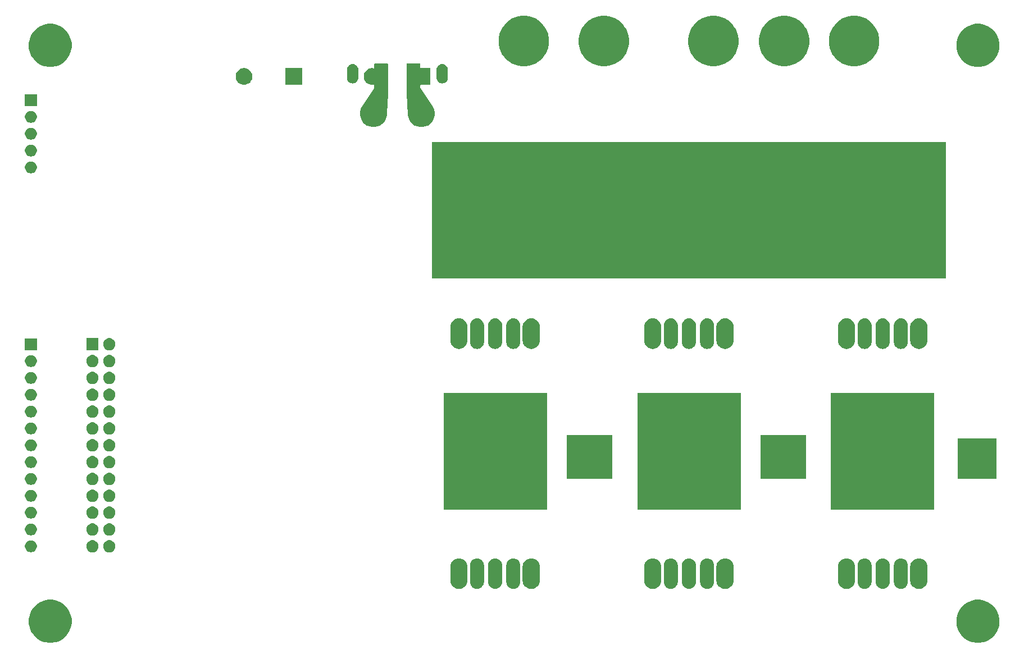
<source format=gbr>
G04 #@! TF.GenerationSoftware,KiCad,Pcbnew,(5.1.5)-3*
G04 #@! TF.CreationDate,2020-12-06T21:02:03-03:00*
G04 #@! TF.ProjectId,InversorPMSM,496e7665-7273-46f7-9250-4d534d2e6b69,rev?*
G04 #@! TF.SameCoordinates,Original*
G04 #@! TF.FileFunction,Soldermask,Bot*
G04 #@! TF.FilePolarity,Negative*
%FSLAX46Y46*%
G04 Gerber Fmt 4.6, Leading zero omitted, Abs format (unit mm)*
G04 Created by KiCad (PCBNEW (5.1.5)-3) date 2020-12-06 21:02:03*
%MOMM*%
%LPD*%
G04 APERTURE LIST*
%ADD10C,0.100000*%
%ADD11C,0.150000*%
G04 APERTURE END LIST*
D10*
G36*
X221945200Y-134112000D02*
G01*
X206451200Y-134112000D01*
X206451200Y-116586000D01*
X221945200Y-116586000D01*
X221945200Y-134112000D01*
G37*
X221945200Y-134112000D02*
X206451200Y-134112000D01*
X206451200Y-116586000D01*
X221945200Y-116586000D01*
X221945200Y-134112000D01*
G36*
X192786000Y-134112000D02*
G01*
X177292000Y-134112000D01*
X177292000Y-116586000D01*
X192786000Y-116586000D01*
X192786000Y-134112000D01*
G37*
X192786000Y-134112000D02*
X177292000Y-134112000D01*
X177292000Y-116586000D01*
X192786000Y-116586000D01*
X192786000Y-134112000D01*
G36*
X163576000Y-134112000D02*
G01*
X148082000Y-134112000D01*
X148082000Y-116586000D01*
X163576000Y-116586000D01*
X163576000Y-134112000D01*
G37*
X163576000Y-134112000D02*
X148082000Y-134112000D01*
X148082000Y-116586000D01*
X163576000Y-116586000D01*
X163576000Y-134112000D01*
G36*
X221996000Y-98044000D02*
G01*
X206502000Y-98044000D01*
X206502000Y-80518000D01*
X221996000Y-80518000D01*
X221996000Y-98044000D01*
G37*
X221996000Y-98044000D02*
X206502000Y-98044000D01*
X206502000Y-80518000D01*
X221996000Y-80518000D01*
X221996000Y-98044000D01*
G36*
X192786000Y-98044000D02*
G01*
X177292000Y-98044000D01*
X177292000Y-80518000D01*
X192786000Y-80518000D01*
X192786000Y-98044000D01*
G37*
X192786000Y-98044000D02*
X177292000Y-98044000D01*
X177292000Y-80518000D01*
X192786000Y-80518000D01*
X192786000Y-98044000D01*
G36*
X163576000Y-98044000D02*
G01*
X148082000Y-98044000D01*
X148082000Y-80518000D01*
X163576000Y-80518000D01*
X163576000Y-98044000D01*
G37*
X163576000Y-98044000D02*
X148082000Y-98044000D01*
X148082000Y-80518000D01*
X163576000Y-80518000D01*
X163576000Y-98044000D01*
D11*
G36*
X229234239Y-147814467D02*
G01*
X229548282Y-147876934D01*
X230139926Y-148122001D01*
X230672392Y-148477784D01*
X231125216Y-148930608D01*
X231480999Y-149463074D01*
X231726066Y-150054718D01*
X231726066Y-150054719D01*
X231851000Y-150682803D01*
X231851000Y-151323197D01*
X231788533Y-151637239D01*
X231726066Y-151951282D01*
X231480999Y-152542926D01*
X231125216Y-153075392D01*
X230672392Y-153528216D01*
X230139926Y-153883999D01*
X229548282Y-154129066D01*
X229234239Y-154191533D01*
X228920197Y-154254000D01*
X228279803Y-154254000D01*
X227965761Y-154191533D01*
X227651718Y-154129066D01*
X227060074Y-153883999D01*
X226527608Y-153528216D01*
X226074784Y-153075392D01*
X225719001Y-152542926D01*
X225473934Y-151951282D01*
X225411467Y-151637239D01*
X225349000Y-151323197D01*
X225349000Y-150682803D01*
X225473934Y-150054719D01*
X225473934Y-150054718D01*
X225719001Y-149463074D01*
X226074784Y-148930608D01*
X226527608Y-148477784D01*
X227060074Y-148122001D01*
X227651718Y-147876934D01*
X227965761Y-147814467D01*
X228279803Y-147752000D01*
X228920197Y-147752000D01*
X229234239Y-147814467D01*
G37*
G36*
X89407239Y-147814467D02*
G01*
X89721282Y-147876934D01*
X90312926Y-148122001D01*
X90845392Y-148477784D01*
X91298216Y-148930608D01*
X91653999Y-149463074D01*
X91899066Y-150054718D01*
X91899066Y-150054719D01*
X92024000Y-150682803D01*
X92024000Y-151323197D01*
X91961533Y-151637239D01*
X91899066Y-151951282D01*
X91653999Y-152542926D01*
X91298216Y-153075392D01*
X90845392Y-153528216D01*
X90312926Y-153883999D01*
X89721282Y-154129066D01*
X89407239Y-154191533D01*
X89093197Y-154254000D01*
X88452803Y-154254000D01*
X88138761Y-154191533D01*
X87824718Y-154129066D01*
X87233074Y-153883999D01*
X86700608Y-153528216D01*
X86247784Y-153075392D01*
X85892001Y-152542926D01*
X85646934Y-151951282D01*
X85584467Y-151637239D01*
X85522000Y-151323197D01*
X85522000Y-150682803D01*
X85646934Y-150054719D01*
X85646934Y-150054718D01*
X85892001Y-149463074D01*
X86247784Y-148930608D01*
X86700608Y-148477784D01*
X87233074Y-148122001D01*
X87824718Y-147876934D01*
X88138761Y-147814467D01*
X88452803Y-147752000D01*
X89093197Y-147752000D01*
X89407239Y-147814467D01*
G37*
G36*
X179833039Y-141529325D02*
G01*
X180078279Y-141603718D01*
X180304293Y-141724525D01*
X180414214Y-141814735D01*
X180502396Y-141887104D01*
X180664976Y-142085207D01*
X180785781Y-142311218D01*
X180785782Y-142311220D01*
X180860175Y-142556460D01*
X180879000Y-142747595D01*
X180879000Y-144875405D01*
X180860175Y-145066540D01*
X180785782Y-145311780D01*
X180664975Y-145537794D01*
X180622624Y-145589399D01*
X180502397Y-145735897D01*
X180414215Y-145808265D01*
X180304294Y-145898475D01*
X180078280Y-146019282D01*
X179833040Y-146093675D01*
X179578000Y-146118794D01*
X179322961Y-146093675D01*
X179077721Y-146019282D01*
X178851707Y-145898475D01*
X178741786Y-145808265D01*
X178653604Y-145735897D01*
X178533377Y-145589399D01*
X178491026Y-145537794D01*
X178370219Y-145311780D01*
X178295826Y-145066540D01*
X178277001Y-144875405D01*
X178277000Y-142747596D01*
X178295825Y-142556461D01*
X178370218Y-142311221D01*
X178491025Y-142085207D01*
X178653604Y-141887104D01*
X178851706Y-141724525D01*
X178851705Y-141724525D01*
X178851707Y-141724524D01*
X179077718Y-141603719D01*
X179077720Y-141603718D01*
X179322960Y-141529325D01*
X179578000Y-141504206D01*
X179833039Y-141529325D01*
G37*
G36*
X150623039Y-141529325D02*
G01*
X150868279Y-141603718D01*
X151094293Y-141724525D01*
X151204214Y-141814735D01*
X151292396Y-141887104D01*
X151454976Y-142085207D01*
X151575781Y-142311218D01*
X151575782Y-142311220D01*
X151650175Y-142556460D01*
X151669000Y-142747595D01*
X151669000Y-144875405D01*
X151650175Y-145066540D01*
X151575782Y-145311780D01*
X151454975Y-145537794D01*
X151412624Y-145589399D01*
X151292397Y-145735897D01*
X151204215Y-145808265D01*
X151094294Y-145898475D01*
X150868280Y-146019282D01*
X150623040Y-146093675D01*
X150368000Y-146118794D01*
X150112961Y-146093675D01*
X149867721Y-146019282D01*
X149641707Y-145898475D01*
X149531786Y-145808265D01*
X149443604Y-145735897D01*
X149323377Y-145589399D01*
X149281026Y-145537794D01*
X149160219Y-145311780D01*
X149085826Y-145066540D01*
X149067001Y-144875405D01*
X149067000Y-142747596D01*
X149085825Y-142556461D01*
X149160218Y-142311221D01*
X149281025Y-142085207D01*
X149443604Y-141887104D01*
X149641706Y-141724525D01*
X149641705Y-141724525D01*
X149641707Y-141724524D01*
X149867718Y-141603719D01*
X149867720Y-141603718D01*
X150112960Y-141529325D01*
X150368000Y-141504206D01*
X150623039Y-141529325D01*
G37*
G36*
X190733039Y-141529325D02*
G01*
X190978279Y-141603718D01*
X191204293Y-141724525D01*
X191314214Y-141814735D01*
X191402396Y-141887104D01*
X191564976Y-142085207D01*
X191685781Y-142311218D01*
X191685782Y-142311220D01*
X191760175Y-142556460D01*
X191779000Y-142747595D01*
X191779000Y-144875405D01*
X191760175Y-145066540D01*
X191685782Y-145311780D01*
X191564975Y-145537794D01*
X191522624Y-145589399D01*
X191402397Y-145735897D01*
X191314215Y-145808265D01*
X191204294Y-145898475D01*
X190978280Y-146019282D01*
X190733040Y-146093675D01*
X190478000Y-146118794D01*
X190222961Y-146093675D01*
X189977721Y-146019282D01*
X189751707Y-145898475D01*
X189641786Y-145808265D01*
X189553604Y-145735897D01*
X189433377Y-145589399D01*
X189391026Y-145537794D01*
X189270219Y-145311780D01*
X189195826Y-145066540D01*
X189177001Y-144875405D01*
X189177000Y-142747596D01*
X189195825Y-142556461D01*
X189270218Y-142311221D01*
X189391025Y-142085207D01*
X189553604Y-141887104D01*
X189751706Y-141724525D01*
X189751705Y-141724525D01*
X189751707Y-141724524D01*
X189977718Y-141603719D01*
X189977720Y-141603718D01*
X190222960Y-141529325D01*
X190478000Y-141504206D01*
X190733039Y-141529325D01*
G37*
G36*
X209043039Y-141529325D02*
G01*
X209288279Y-141603718D01*
X209514293Y-141724525D01*
X209624214Y-141814735D01*
X209712396Y-141887104D01*
X209874976Y-142085207D01*
X209995781Y-142311218D01*
X209995782Y-142311220D01*
X210070175Y-142556460D01*
X210089000Y-142747595D01*
X210089000Y-144875405D01*
X210070175Y-145066540D01*
X209995782Y-145311780D01*
X209874975Y-145537794D01*
X209832624Y-145589399D01*
X209712397Y-145735897D01*
X209624215Y-145808265D01*
X209514294Y-145898475D01*
X209288280Y-146019282D01*
X209043040Y-146093675D01*
X208788000Y-146118794D01*
X208532961Y-146093675D01*
X208287721Y-146019282D01*
X208061707Y-145898475D01*
X207951786Y-145808265D01*
X207863604Y-145735897D01*
X207743377Y-145589399D01*
X207701026Y-145537794D01*
X207580219Y-145311780D01*
X207505826Y-145066540D01*
X207487001Y-144875405D01*
X207487000Y-142747596D01*
X207505825Y-142556461D01*
X207580218Y-142311221D01*
X207701025Y-142085207D01*
X207863604Y-141887104D01*
X208061706Y-141724525D01*
X208061705Y-141724525D01*
X208061707Y-141724524D01*
X208287718Y-141603719D01*
X208287720Y-141603718D01*
X208532960Y-141529325D01*
X208788000Y-141504206D01*
X209043039Y-141529325D01*
G37*
G36*
X219943039Y-141529325D02*
G01*
X220188279Y-141603718D01*
X220414293Y-141724525D01*
X220524214Y-141814735D01*
X220612396Y-141887104D01*
X220774976Y-142085207D01*
X220895781Y-142311218D01*
X220895782Y-142311220D01*
X220970175Y-142556460D01*
X220989000Y-142747595D01*
X220989000Y-144875405D01*
X220970175Y-145066540D01*
X220895782Y-145311780D01*
X220774975Y-145537794D01*
X220732624Y-145589399D01*
X220612397Y-145735897D01*
X220524215Y-145808265D01*
X220414294Y-145898475D01*
X220188280Y-146019282D01*
X219943040Y-146093675D01*
X219688000Y-146118794D01*
X219432961Y-146093675D01*
X219187721Y-146019282D01*
X218961707Y-145898475D01*
X218851786Y-145808265D01*
X218763604Y-145735897D01*
X218643377Y-145589399D01*
X218601026Y-145537794D01*
X218480219Y-145311780D01*
X218405826Y-145066540D01*
X218387001Y-144875405D01*
X218387000Y-142747596D01*
X218405825Y-142556461D01*
X218480218Y-142311221D01*
X218601025Y-142085207D01*
X218763604Y-141887104D01*
X218961706Y-141724525D01*
X218961705Y-141724525D01*
X218961707Y-141724524D01*
X219187718Y-141603719D01*
X219187720Y-141603718D01*
X219432960Y-141529325D01*
X219688000Y-141504206D01*
X219943039Y-141529325D01*
G37*
G36*
X161523039Y-141529325D02*
G01*
X161768279Y-141603718D01*
X161994293Y-141724525D01*
X162104214Y-141814735D01*
X162192396Y-141887104D01*
X162354976Y-142085207D01*
X162475781Y-142311218D01*
X162475782Y-142311220D01*
X162550175Y-142556460D01*
X162569000Y-142747595D01*
X162569000Y-144875405D01*
X162550175Y-145066540D01*
X162475782Y-145311780D01*
X162354975Y-145537794D01*
X162312624Y-145589399D01*
X162192397Y-145735897D01*
X162104215Y-145808265D01*
X161994294Y-145898475D01*
X161768280Y-146019282D01*
X161523040Y-146093675D01*
X161268000Y-146118794D01*
X161012961Y-146093675D01*
X160767721Y-146019282D01*
X160541707Y-145898475D01*
X160431786Y-145808265D01*
X160343604Y-145735897D01*
X160223377Y-145589399D01*
X160181026Y-145537794D01*
X160060219Y-145311780D01*
X159985826Y-145066540D01*
X159967001Y-144875405D01*
X159967000Y-142747596D01*
X159985825Y-142556461D01*
X160060218Y-142311221D01*
X160181025Y-142085207D01*
X160343604Y-141887104D01*
X160541706Y-141724525D01*
X160541705Y-141724525D01*
X160541707Y-141724524D01*
X160767718Y-141603719D01*
X160767720Y-141603718D01*
X161012960Y-141529325D01*
X161268000Y-141504206D01*
X161523039Y-141529325D01*
G37*
G36*
X153295031Y-141525707D02*
G01*
X153493145Y-141585805D01*
X153493148Y-141585806D01*
X153559030Y-141621021D01*
X153675729Y-141683397D01*
X153835765Y-141814735D01*
X153967103Y-141974771D01*
X153967104Y-141974773D01*
X154064694Y-142157351D01*
X154064694Y-142157352D01*
X154064695Y-142157354D01*
X154124793Y-142355468D01*
X154140000Y-142509870D01*
X154140000Y-145113130D01*
X154124793Y-145267532D01*
X154064695Y-145465646D01*
X154064694Y-145465649D01*
X154026131Y-145537794D01*
X153967103Y-145648229D01*
X153835765Y-145808265D01*
X153675729Y-145939603D01*
X153589975Y-145985439D01*
X153493149Y-146037194D01*
X153493146Y-146037195D01*
X153295032Y-146097293D01*
X153089000Y-146117585D01*
X152882969Y-146097293D01*
X152684855Y-146037195D01*
X152684852Y-146037194D01*
X152588026Y-145985439D01*
X152502272Y-145939603D01*
X152342236Y-145808265D01*
X152210898Y-145648229D01*
X152151870Y-145537794D01*
X152113307Y-145465649D01*
X152113306Y-145465646D01*
X152053208Y-145267532D01*
X152038001Y-145113130D01*
X152038000Y-142509871D01*
X152053207Y-142355469D01*
X152113305Y-142157355D01*
X152113306Y-142157352D01*
X152151867Y-142085209D01*
X152210897Y-141974771D01*
X152342235Y-141814735D01*
X152502271Y-141683397D01*
X152588025Y-141637561D01*
X152684851Y-141585806D01*
X152684854Y-141585805D01*
X152882968Y-141525707D01*
X153089000Y-141505415D01*
X153295031Y-141525707D01*
G37*
G36*
X156024031Y-141525707D02*
G01*
X156222145Y-141585805D01*
X156222148Y-141585806D01*
X156288030Y-141621021D01*
X156404729Y-141683397D01*
X156564765Y-141814735D01*
X156696103Y-141974771D01*
X156696104Y-141974773D01*
X156793694Y-142157351D01*
X156793694Y-142157352D01*
X156793695Y-142157354D01*
X156853793Y-142355468D01*
X156869000Y-142509870D01*
X156869000Y-145113130D01*
X156853793Y-145267532D01*
X156793695Y-145465646D01*
X156793694Y-145465649D01*
X156755131Y-145537794D01*
X156696103Y-145648229D01*
X156564765Y-145808265D01*
X156404729Y-145939603D01*
X156318975Y-145985439D01*
X156222149Y-146037194D01*
X156222146Y-146037195D01*
X156024032Y-146097293D01*
X155818000Y-146117585D01*
X155611969Y-146097293D01*
X155413855Y-146037195D01*
X155413852Y-146037194D01*
X155317026Y-145985439D01*
X155231272Y-145939603D01*
X155071236Y-145808265D01*
X154939898Y-145648229D01*
X154880870Y-145537794D01*
X154842307Y-145465649D01*
X154842306Y-145465646D01*
X154782208Y-145267532D01*
X154767001Y-145113130D01*
X154767000Y-142509871D01*
X154782207Y-142355469D01*
X154842305Y-142157355D01*
X154842306Y-142157352D01*
X154880867Y-142085209D01*
X154939897Y-141974771D01*
X155071235Y-141814735D01*
X155231271Y-141683397D01*
X155317025Y-141637561D01*
X155413851Y-141585806D01*
X155413854Y-141585805D01*
X155611968Y-141525707D01*
X155818000Y-141505415D01*
X156024031Y-141525707D01*
G37*
G36*
X185234031Y-141525707D02*
G01*
X185432145Y-141585805D01*
X185432148Y-141585806D01*
X185498030Y-141621021D01*
X185614729Y-141683397D01*
X185774765Y-141814735D01*
X185906103Y-141974771D01*
X185906104Y-141974773D01*
X186003694Y-142157351D01*
X186003694Y-142157352D01*
X186003695Y-142157354D01*
X186063793Y-142355468D01*
X186079000Y-142509870D01*
X186079000Y-145113130D01*
X186063793Y-145267532D01*
X186003695Y-145465646D01*
X186003694Y-145465649D01*
X185965131Y-145537794D01*
X185906103Y-145648229D01*
X185774765Y-145808265D01*
X185614729Y-145939603D01*
X185528975Y-145985439D01*
X185432149Y-146037194D01*
X185432146Y-146037195D01*
X185234032Y-146097293D01*
X185028000Y-146117585D01*
X184821969Y-146097293D01*
X184623855Y-146037195D01*
X184623852Y-146037194D01*
X184527026Y-145985439D01*
X184441272Y-145939603D01*
X184281236Y-145808265D01*
X184149898Y-145648229D01*
X184090870Y-145537794D01*
X184052307Y-145465649D01*
X184052306Y-145465646D01*
X183992208Y-145267532D01*
X183977001Y-145113130D01*
X183977000Y-142509871D01*
X183992207Y-142355469D01*
X184052305Y-142157355D01*
X184052306Y-142157352D01*
X184090867Y-142085209D01*
X184149897Y-141974771D01*
X184281235Y-141814735D01*
X184441271Y-141683397D01*
X184527025Y-141637561D01*
X184623851Y-141585806D01*
X184623854Y-141585805D01*
X184821968Y-141525707D01*
X185028000Y-141505415D01*
X185234031Y-141525707D01*
G37*
G36*
X217195031Y-141525707D02*
G01*
X217393145Y-141585805D01*
X217393148Y-141585806D01*
X217459030Y-141621021D01*
X217575729Y-141683397D01*
X217735765Y-141814735D01*
X217867103Y-141974771D01*
X217867104Y-141974773D01*
X217964694Y-142157351D01*
X217964694Y-142157352D01*
X217964695Y-142157354D01*
X218024793Y-142355468D01*
X218040000Y-142509870D01*
X218040000Y-145113130D01*
X218024793Y-145267532D01*
X217964695Y-145465646D01*
X217964694Y-145465649D01*
X217926131Y-145537794D01*
X217867103Y-145648229D01*
X217735765Y-145808265D01*
X217575729Y-145939603D01*
X217489975Y-145985439D01*
X217393149Y-146037194D01*
X217393146Y-146037195D01*
X217195032Y-146097293D01*
X216989000Y-146117585D01*
X216782969Y-146097293D01*
X216584855Y-146037195D01*
X216584852Y-146037194D01*
X216488026Y-145985439D01*
X216402272Y-145939603D01*
X216242236Y-145808265D01*
X216110898Y-145648229D01*
X216051870Y-145537794D01*
X216013307Y-145465649D01*
X216013306Y-145465646D01*
X215953208Y-145267532D01*
X215938001Y-145113130D01*
X215938000Y-142509871D01*
X215953207Y-142355469D01*
X216013305Y-142157355D01*
X216013306Y-142157352D01*
X216051867Y-142085209D01*
X216110897Y-141974771D01*
X216242235Y-141814735D01*
X216402271Y-141683397D01*
X216488025Y-141637561D01*
X216584851Y-141585806D01*
X216584854Y-141585805D01*
X216782968Y-141525707D01*
X216989000Y-141505415D01*
X217195031Y-141525707D01*
G37*
G36*
X211715031Y-141525707D02*
G01*
X211913145Y-141585805D01*
X211913148Y-141585806D01*
X211979030Y-141621021D01*
X212095729Y-141683397D01*
X212255765Y-141814735D01*
X212387103Y-141974771D01*
X212387104Y-141974773D01*
X212484694Y-142157351D01*
X212484694Y-142157352D01*
X212484695Y-142157354D01*
X212544793Y-142355468D01*
X212560000Y-142509870D01*
X212560000Y-145113130D01*
X212544793Y-145267532D01*
X212484695Y-145465646D01*
X212484694Y-145465649D01*
X212446131Y-145537794D01*
X212387103Y-145648229D01*
X212255765Y-145808265D01*
X212095729Y-145939603D01*
X212009975Y-145985439D01*
X211913149Y-146037194D01*
X211913146Y-146037195D01*
X211715032Y-146097293D01*
X211509000Y-146117585D01*
X211302969Y-146097293D01*
X211104855Y-146037195D01*
X211104852Y-146037194D01*
X211008026Y-145985439D01*
X210922272Y-145939603D01*
X210762236Y-145808265D01*
X210630898Y-145648229D01*
X210571870Y-145537794D01*
X210533307Y-145465649D01*
X210533306Y-145465646D01*
X210473208Y-145267532D01*
X210458001Y-145113130D01*
X210458000Y-142509871D01*
X210473207Y-142355469D01*
X210533305Y-142157355D01*
X210533306Y-142157352D01*
X210571867Y-142085209D01*
X210630897Y-141974771D01*
X210762235Y-141814735D01*
X210922271Y-141683397D01*
X211008025Y-141637561D01*
X211104851Y-141585806D01*
X211104854Y-141585805D01*
X211302968Y-141525707D01*
X211509000Y-141505415D01*
X211715031Y-141525707D01*
G37*
G36*
X214444031Y-141525707D02*
G01*
X214642145Y-141585805D01*
X214642148Y-141585806D01*
X214708030Y-141621021D01*
X214824729Y-141683397D01*
X214984765Y-141814735D01*
X215116103Y-141974771D01*
X215116104Y-141974773D01*
X215213694Y-142157351D01*
X215213694Y-142157352D01*
X215213695Y-142157354D01*
X215273793Y-142355468D01*
X215289000Y-142509870D01*
X215289000Y-145113130D01*
X215273793Y-145267532D01*
X215213695Y-145465646D01*
X215213694Y-145465649D01*
X215175131Y-145537794D01*
X215116103Y-145648229D01*
X214984765Y-145808265D01*
X214824729Y-145939603D01*
X214738975Y-145985439D01*
X214642149Y-146037194D01*
X214642146Y-146037195D01*
X214444032Y-146097293D01*
X214238000Y-146117585D01*
X214031969Y-146097293D01*
X213833855Y-146037195D01*
X213833852Y-146037194D01*
X213737026Y-145985439D01*
X213651272Y-145939603D01*
X213491236Y-145808265D01*
X213359898Y-145648229D01*
X213300870Y-145537794D01*
X213262307Y-145465649D01*
X213262306Y-145465646D01*
X213202208Y-145267532D01*
X213187001Y-145113130D01*
X213187000Y-142509871D01*
X213202207Y-142355469D01*
X213262305Y-142157355D01*
X213262306Y-142157352D01*
X213300867Y-142085209D01*
X213359897Y-141974771D01*
X213491235Y-141814735D01*
X213651271Y-141683397D01*
X213737025Y-141637561D01*
X213833851Y-141585806D01*
X213833854Y-141585805D01*
X214031968Y-141525707D01*
X214238000Y-141505415D01*
X214444031Y-141525707D01*
G37*
G36*
X187985031Y-141525707D02*
G01*
X188183145Y-141585805D01*
X188183148Y-141585806D01*
X188249030Y-141621021D01*
X188365729Y-141683397D01*
X188525765Y-141814735D01*
X188657103Y-141974771D01*
X188657104Y-141974773D01*
X188754694Y-142157351D01*
X188754694Y-142157352D01*
X188754695Y-142157354D01*
X188814793Y-142355468D01*
X188830000Y-142509870D01*
X188830000Y-145113130D01*
X188814793Y-145267532D01*
X188754695Y-145465646D01*
X188754694Y-145465649D01*
X188716131Y-145537794D01*
X188657103Y-145648229D01*
X188525765Y-145808265D01*
X188365729Y-145939603D01*
X188279975Y-145985439D01*
X188183149Y-146037194D01*
X188183146Y-146037195D01*
X187985032Y-146097293D01*
X187779000Y-146117585D01*
X187572969Y-146097293D01*
X187374855Y-146037195D01*
X187374852Y-146037194D01*
X187278026Y-145985439D01*
X187192272Y-145939603D01*
X187032236Y-145808265D01*
X186900898Y-145648229D01*
X186841870Y-145537794D01*
X186803307Y-145465649D01*
X186803306Y-145465646D01*
X186743208Y-145267532D01*
X186728001Y-145113130D01*
X186728000Y-142509871D01*
X186743207Y-142355469D01*
X186803305Y-142157355D01*
X186803306Y-142157352D01*
X186841867Y-142085209D01*
X186900897Y-141974771D01*
X187032235Y-141814735D01*
X187192271Y-141683397D01*
X187278025Y-141637561D01*
X187374851Y-141585806D01*
X187374854Y-141585805D01*
X187572968Y-141525707D01*
X187779000Y-141505415D01*
X187985031Y-141525707D01*
G37*
G36*
X182505031Y-141525707D02*
G01*
X182703145Y-141585805D01*
X182703148Y-141585806D01*
X182769030Y-141621021D01*
X182885729Y-141683397D01*
X183045765Y-141814735D01*
X183177103Y-141974771D01*
X183177104Y-141974773D01*
X183274694Y-142157351D01*
X183274694Y-142157352D01*
X183274695Y-142157354D01*
X183334793Y-142355468D01*
X183350000Y-142509870D01*
X183350000Y-145113130D01*
X183334793Y-145267532D01*
X183274695Y-145465646D01*
X183274694Y-145465649D01*
X183236131Y-145537794D01*
X183177103Y-145648229D01*
X183045765Y-145808265D01*
X182885729Y-145939603D01*
X182799975Y-145985439D01*
X182703149Y-146037194D01*
X182703146Y-146037195D01*
X182505032Y-146097293D01*
X182299000Y-146117585D01*
X182092969Y-146097293D01*
X181894855Y-146037195D01*
X181894852Y-146037194D01*
X181798026Y-145985439D01*
X181712272Y-145939603D01*
X181552236Y-145808265D01*
X181420898Y-145648229D01*
X181361870Y-145537794D01*
X181323307Y-145465649D01*
X181323306Y-145465646D01*
X181263208Y-145267532D01*
X181248001Y-145113130D01*
X181248000Y-142509871D01*
X181263207Y-142355469D01*
X181323305Y-142157355D01*
X181323306Y-142157352D01*
X181361867Y-142085209D01*
X181420897Y-141974771D01*
X181552235Y-141814735D01*
X181712271Y-141683397D01*
X181798025Y-141637561D01*
X181894851Y-141585806D01*
X181894854Y-141585805D01*
X182092968Y-141525707D01*
X182299000Y-141505415D01*
X182505031Y-141525707D01*
G37*
G36*
X158775031Y-141525707D02*
G01*
X158973145Y-141585805D01*
X158973148Y-141585806D01*
X159039030Y-141621021D01*
X159155729Y-141683397D01*
X159315765Y-141814735D01*
X159447103Y-141974771D01*
X159447104Y-141974773D01*
X159544694Y-142157351D01*
X159544694Y-142157352D01*
X159544695Y-142157354D01*
X159604793Y-142355468D01*
X159620000Y-142509870D01*
X159620000Y-145113130D01*
X159604793Y-145267532D01*
X159544695Y-145465646D01*
X159544694Y-145465649D01*
X159506131Y-145537794D01*
X159447103Y-145648229D01*
X159315765Y-145808265D01*
X159155729Y-145939603D01*
X159069975Y-145985439D01*
X158973149Y-146037194D01*
X158973146Y-146037195D01*
X158775032Y-146097293D01*
X158569000Y-146117585D01*
X158362969Y-146097293D01*
X158164855Y-146037195D01*
X158164852Y-146037194D01*
X158068026Y-145985439D01*
X157982272Y-145939603D01*
X157822236Y-145808265D01*
X157690898Y-145648229D01*
X157631870Y-145537794D01*
X157593307Y-145465649D01*
X157593306Y-145465646D01*
X157533208Y-145267532D01*
X157518001Y-145113130D01*
X157518000Y-142509871D01*
X157533207Y-142355469D01*
X157593305Y-142157355D01*
X157593306Y-142157352D01*
X157631867Y-142085209D01*
X157690897Y-141974771D01*
X157822235Y-141814735D01*
X157982271Y-141683397D01*
X158068025Y-141637561D01*
X158164851Y-141585806D01*
X158164854Y-141585805D01*
X158362968Y-141525707D01*
X158569000Y-141505415D01*
X158775031Y-141525707D01*
G37*
G36*
X97929778Y-138820547D02*
G01*
X98096224Y-138889491D01*
X98246022Y-138989583D01*
X98373417Y-139116978D01*
X98473509Y-139266776D01*
X98542453Y-139433222D01*
X98577600Y-139609918D01*
X98577600Y-139790082D01*
X98542453Y-139966778D01*
X98473509Y-140133224D01*
X98373417Y-140283022D01*
X98246022Y-140410417D01*
X98096224Y-140510509D01*
X97929778Y-140579453D01*
X97753082Y-140614600D01*
X97572918Y-140614600D01*
X97396222Y-140579453D01*
X97229776Y-140510509D01*
X97079978Y-140410417D01*
X96952583Y-140283022D01*
X96852491Y-140133224D01*
X96783547Y-139966778D01*
X96748400Y-139790082D01*
X96748400Y-139609918D01*
X96783547Y-139433222D01*
X96852491Y-139266776D01*
X96952583Y-139116978D01*
X97079978Y-138989583D01*
X97229776Y-138889491D01*
X97396222Y-138820547D01*
X97572918Y-138785400D01*
X97753082Y-138785400D01*
X97929778Y-138820547D01*
G37*
G36*
X95389778Y-138820547D02*
G01*
X95556224Y-138889491D01*
X95706022Y-138989583D01*
X95833417Y-139116978D01*
X95933509Y-139266776D01*
X96002453Y-139433222D01*
X96037600Y-139609918D01*
X96037600Y-139790082D01*
X96002453Y-139966778D01*
X95933509Y-140133224D01*
X95833417Y-140283022D01*
X95706022Y-140410417D01*
X95556224Y-140510509D01*
X95389778Y-140579453D01*
X95213082Y-140614600D01*
X95032918Y-140614600D01*
X94856222Y-140579453D01*
X94689776Y-140510509D01*
X94539978Y-140410417D01*
X94412583Y-140283022D01*
X94312491Y-140133224D01*
X94243547Y-139966778D01*
X94208400Y-139790082D01*
X94208400Y-139609918D01*
X94243547Y-139433222D01*
X94312491Y-139266776D01*
X94412583Y-139116978D01*
X94539978Y-138989583D01*
X94689776Y-138889491D01*
X94856222Y-138820547D01*
X95032918Y-138785400D01*
X95213082Y-138785400D01*
X95389778Y-138820547D01*
G37*
G36*
X85965512Y-138803927D02*
G01*
X86114812Y-138833624D01*
X86278784Y-138901544D01*
X86426354Y-139000147D01*
X86551853Y-139125646D01*
X86650456Y-139273216D01*
X86718376Y-139437188D01*
X86753000Y-139611259D01*
X86753000Y-139788741D01*
X86718376Y-139962812D01*
X86650456Y-140126784D01*
X86551853Y-140274354D01*
X86426354Y-140399853D01*
X86278784Y-140498456D01*
X86114812Y-140566376D01*
X85965512Y-140596073D01*
X85940742Y-140601000D01*
X85763258Y-140601000D01*
X85738488Y-140596073D01*
X85589188Y-140566376D01*
X85425216Y-140498456D01*
X85277646Y-140399853D01*
X85152147Y-140274354D01*
X85053544Y-140126784D01*
X84985624Y-139962812D01*
X84951000Y-139788741D01*
X84951000Y-139611259D01*
X84985624Y-139437188D01*
X85053544Y-139273216D01*
X85152147Y-139125646D01*
X85277646Y-139000147D01*
X85425216Y-138901544D01*
X85589188Y-138833624D01*
X85738488Y-138803927D01*
X85763258Y-138799000D01*
X85940742Y-138799000D01*
X85965512Y-138803927D01*
G37*
G36*
X97929778Y-136280547D02*
G01*
X98096224Y-136349491D01*
X98246022Y-136449583D01*
X98373417Y-136576978D01*
X98473509Y-136726776D01*
X98542453Y-136893222D01*
X98577600Y-137069918D01*
X98577600Y-137250082D01*
X98542453Y-137426778D01*
X98473509Y-137593224D01*
X98373417Y-137743022D01*
X98246022Y-137870417D01*
X98096224Y-137970509D01*
X97929778Y-138039453D01*
X97753082Y-138074600D01*
X97572918Y-138074600D01*
X97396222Y-138039453D01*
X97229776Y-137970509D01*
X97079978Y-137870417D01*
X96952583Y-137743022D01*
X96852491Y-137593224D01*
X96783547Y-137426778D01*
X96748400Y-137250082D01*
X96748400Y-137069918D01*
X96783547Y-136893222D01*
X96852491Y-136726776D01*
X96952583Y-136576978D01*
X97079978Y-136449583D01*
X97229776Y-136349491D01*
X97396222Y-136280547D01*
X97572918Y-136245400D01*
X97753082Y-136245400D01*
X97929778Y-136280547D01*
G37*
G36*
X95389778Y-136280547D02*
G01*
X95556224Y-136349491D01*
X95706022Y-136449583D01*
X95833417Y-136576978D01*
X95933509Y-136726776D01*
X96002453Y-136893222D01*
X96037600Y-137069918D01*
X96037600Y-137250082D01*
X96002453Y-137426778D01*
X95933509Y-137593224D01*
X95833417Y-137743022D01*
X95706022Y-137870417D01*
X95556224Y-137970509D01*
X95389778Y-138039453D01*
X95213082Y-138074600D01*
X95032918Y-138074600D01*
X94856222Y-138039453D01*
X94689776Y-137970509D01*
X94539978Y-137870417D01*
X94412583Y-137743022D01*
X94312491Y-137593224D01*
X94243547Y-137426778D01*
X94208400Y-137250082D01*
X94208400Y-137069918D01*
X94243547Y-136893222D01*
X94312491Y-136726776D01*
X94412583Y-136576978D01*
X94539978Y-136449583D01*
X94689776Y-136349491D01*
X94856222Y-136280547D01*
X95032918Y-136245400D01*
X95213082Y-136245400D01*
X95389778Y-136280547D01*
G37*
G36*
X85965512Y-136263927D02*
G01*
X86114812Y-136293624D01*
X86278784Y-136361544D01*
X86426354Y-136460147D01*
X86551853Y-136585646D01*
X86650456Y-136733216D01*
X86718376Y-136897188D01*
X86753000Y-137071259D01*
X86753000Y-137248741D01*
X86718376Y-137422812D01*
X86650456Y-137586784D01*
X86551853Y-137734354D01*
X86426354Y-137859853D01*
X86278784Y-137958456D01*
X86114812Y-138026376D01*
X85965512Y-138056073D01*
X85940742Y-138061000D01*
X85763258Y-138061000D01*
X85738488Y-138056073D01*
X85589188Y-138026376D01*
X85425216Y-137958456D01*
X85277646Y-137859853D01*
X85152147Y-137734354D01*
X85053544Y-137586784D01*
X84985624Y-137422812D01*
X84951000Y-137248741D01*
X84951000Y-137071259D01*
X84985624Y-136897188D01*
X85053544Y-136733216D01*
X85152147Y-136585646D01*
X85277646Y-136460147D01*
X85425216Y-136361544D01*
X85589188Y-136293624D01*
X85738488Y-136263927D01*
X85763258Y-136259000D01*
X85940742Y-136259000D01*
X85965512Y-136263927D01*
G37*
G36*
X95389778Y-133740547D02*
G01*
X95556224Y-133809491D01*
X95706022Y-133909583D01*
X95833417Y-134036978D01*
X95933509Y-134186776D01*
X96002453Y-134353222D01*
X96037600Y-134529918D01*
X96037600Y-134710082D01*
X96002453Y-134886778D01*
X95933509Y-135053224D01*
X95833417Y-135203022D01*
X95706022Y-135330417D01*
X95556224Y-135430509D01*
X95389778Y-135499453D01*
X95213082Y-135534600D01*
X95032918Y-135534600D01*
X94856222Y-135499453D01*
X94689776Y-135430509D01*
X94539978Y-135330417D01*
X94412583Y-135203022D01*
X94312491Y-135053224D01*
X94243547Y-134886778D01*
X94208400Y-134710082D01*
X94208400Y-134529918D01*
X94243547Y-134353222D01*
X94312491Y-134186776D01*
X94412583Y-134036978D01*
X94539978Y-133909583D01*
X94689776Y-133809491D01*
X94856222Y-133740547D01*
X95032918Y-133705400D01*
X95213082Y-133705400D01*
X95389778Y-133740547D01*
G37*
G36*
X97929778Y-133740547D02*
G01*
X98096224Y-133809491D01*
X98246022Y-133909583D01*
X98373417Y-134036978D01*
X98473509Y-134186776D01*
X98542453Y-134353222D01*
X98577600Y-134529918D01*
X98577600Y-134710082D01*
X98542453Y-134886778D01*
X98473509Y-135053224D01*
X98373417Y-135203022D01*
X98246022Y-135330417D01*
X98096224Y-135430509D01*
X97929778Y-135499453D01*
X97753082Y-135534600D01*
X97572918Y-135534600D01*
X97396222Y-135499453D01*
X97229776Y-135430509D01*
X97079978Y-135330417D01*
X96952583Y-135203022D01*
X96852491Y-135053224D01*
X96783547Y-134886778D01*
X96748400Y-134710082D01*
X96748400Y-134529918D01*
X96783547Y-134353222D01*
X96852491Y-134186776D01*
X96952583Y-134036978D01*
X97079978Y-133909583D01*
X97229776Y-133809491D01*
X97396222Y-133740547D01*
X97572918Y-133705400D01*
X97753082Y-133705400D01*
X97929778Y-133740547D01*
G37*
G36*
X85965512Y-133723927D02*
G01*
X86114812Y-133753624D01*
X86278784Y-133821544D01*
X86426354Y-133920147D01*
X86551853Y-134045646D01*
X86650456Y-134193216D01*
X86718376Y-134357188D01*
X86753000Y-134531259D01*
X86753000Y-134708741D01*
X86718376Y-134882812D01*
X86650456Y-135046784D01*
X86551853Y-135194354D01*
X86426354Y-135319853D01*
X86278784Y-135418456D01*
X86114812Y-135486376D01*
X85965512Y-135516073D01*
X85940742Y-135521000D01*
X85763258Y-135521000D01*
X85738488Y-135516073D01*
X85589188Y-135486376D01*
X85425216Y-135418456D01*
X85277646Y-135319853D01*
X85152147Y-135194354D01*
X85053544Y-135046784D01*
X84985624Y-134882812D01*
X84951000Y-134708741D01*
X84951000Y-134531259D01*
X84985624Y-134357188D01*
X85053544Y-134193216D01*
X85152147Y-134045646D01*
X85277646Y-133920147D01*
X85425216Y-133821544D01*
X85589188Y-133753624D01*
X85738488Y-133723927D01*
X85763258Y-133719000D01*
X85940742Y-133719000D01*
X85965512Y-133723927D01*
G37*
G36*
X97929778Y-131200547D02*
G01*
X98096224Y-131269491D01*
X98246022Y-131369583D01*
X98373417Y-131496978D01*
X98473509Y-131646776D01*
X98542453Y-131813222D01*
X98577600Y-131989918D01*
X98577600Y-132170082D01*
X98542453Y-132346778D01*
X98473509Y-132513224D01*
X98373417Y-132663022D01*
X98246022Y-132790417D01*
X98096224Y-132890509D01*
X97929778Y-132959453D01*
X97753082Y-132994600D01*
X97572918Y-132994600D01*
X97396222Y-132959453D01*
X97229776Y-132890509D01*
X97079978Y-132790417D01*
X96952583Y-132663022D01*
X96852491Y-132513224D01*
X96783547Y-132346778D01*
X96748400Y-132170082D01*
X96748400Y-131989918D01*
X96783547Y-131813222D01*
X96852491Y-131646776D01*
X96952583Y-131496978D01*
X97079978Y-131369583D01*
X97229776Y-131269491D01*
X97396222Y-131200547D01*
X97572918Y-131165400D01*
X97753082Y-131165400D01*
X97929778Y-131200547D01*
G37*
G36*
X95389778Y-131200547D02*
G01*
X95556224Y-131269491D01*
X95706022Y-131369583D01*
X95833417Y-131496978D01*
X95933509Y-131646776D01*
X96002453Y-131813222D01*
X96037600Y-131989918D01*
X96037600Y-132170082D01*
X96002453Y-132346778D01*
X95933509Y-132513224D01*
X95833417Y-132663022D01*
X95706022Y-132790417D01*
X95556224Y-132890509D01*
X95389778Y-132959453D01*
X95213082Y-132994600D01*
X95032918Y-132994600D01*
X94856222Y-132959453D01*
X94689776Y-132890509D01*
X94539978Y-132790417D01*
X94412583Y-132663022D01*
X94312491Y-132513224D01*
X94243547Y-132346778D01*
X94208400Y-132170082D01*
X94208400Y-131989918D01*
X94243547Y-131813222D01*
X94312491Y-131646776D01*
X94412583Y-131496978D01*
X94539978Y-131369583D01*
X94689776Y-131269491D01*
X94856222Y-131200547D01*
X95032918Y-131165400D01*
X95213082Y-131165400D01*
X95389778Y-131200547D01*
G37*
G36*
X85965512Y-131183927D02*
G01*
X86114812Y-131213624D01*
X86278784Y-131281544D01*
X86426354Y-131380147D01*
X86551853Y-131505646D01*
X86650456Y-131653216D01*
X86718376Y-131817188D01*
X86753000Y-131991259D01*
X86753000Y-132168741D01*
X86718376Y-132342812D01*
X86650456Y-132506784D01*
X86551853Y-132654354D01*
X86426354Y-132779853D01*
X86278784Y-132878456D01*
X86114812Y-132946376D01*
X85965512Y-132976073D01*
X85940742Y-132981000D01*
X85763258Y-132981000D01*
X85738488Y-132976073D01*
X85589188Y-132946376D01*
X85425216Y-132878456D01*
X85277646Y-132779853D01*
X85152147Y-132654354D01*
X85053544Y-132506784D01*
X84985624Y-132342812D01*
X84951000Y-132168741D01*
X84951000Y-131991259D01*
X84985624Y-131817188D01*
X85053544Y-131653216D01*
X85152147Y-131505646D01*
X85277646Y-131380147D01*
X85425216Y-131281544D01*
X85589188Y-131213624D01*
X85738488Y-131183927D01*
X85763258Y-131179000D01*
X85940742Y-131179000D01*
X85965512Y-131183927D01*
G37*
G36*
X95389778Y-128660547D02*
G01*
X95556224Y-128729491D01*
X95706022Y-128829583D01*
X95833417Y-128956978D01*
X95933509Y-129106776D01*
X96002453Y-129273222D01*
X96037600Y-129449918D01*
X96037600Y-129630082D01*
X96002453Y-129806778D01*
X95933509Y-129973224D01*
X95833417Y-130123022D01*
X95706022Y-130250417D01*
X95556224Y-130350509D01*
X95389778Y-130419453D01*
X95213082Y-130454600D01*
X95032918Y-130454600D01*
X94856222Y-130419453D01*
X94689776Y-130350509D01*
X94539978Y-130250417D01*
X94412583Y-130123022D01*
X94312491Y-129973224D01*
X94243547Y-129806778D01*
X94208400Y-129630082D01*
X94208400Y-129449918D01*
X94243547Y-129273222D01*
X94312491Y-129106776D01*
X94412583Y-128956978D01*
X94539978Y-128829583D01*
X94689776Y-128729491D01*
X94856222Y-128660547D01*
X95032918Y-128625400D01*
X95213082Y-128625400D01*
X95389778Y-128660547D01*
G37*
G36*
X97929778Y-128660547D02*
G01*
X98096224Y-128729491D01*
X98246022Y-128829583D01*
X98373417Y-128956978D01*
X98473509Y-129106776D01*
X98542453Y-129273222D01*
X98577600Y-129449918D01*
X98577600Y-129630082D01*
X98542453Y-129806778D01*
X98473509Y-129973224D01*
X98373417Y-130123022D01*
X98246022Y-130250417D01*
X98096224Y-130350509D01*
X97929778Y-130419453D01*
X97753082Y-130454600D01*
X97572918Y-130454600D01*
X97396222Y-130419453D01*
X97229776Y-130350509D01*
X97079978Y-130250417D01*
X96952583Y-130123022D01*
X96852491Y-129973224D01*
X96783547Y-129806778D01*
X96748400Y-129630082D01*
X96748400Y-129449918D01*
X96783547Y-129273222D01*
X96852491Y-129106776D01*
X96952583Y-128956978D01*
X97079978Y-128829583D01*
X97229776Y-128729491D01*
X97396222Y-128660547D01*
X97572918Y-128625400D01*
X97753082Y-128625400D01*
X97929778Y-128660547D01*
G37*
G36*
X85965512Y-128643927D02*
G01*
X86114812Y-128673624D01*
X86278784Y-128741544D01*
X86426354Y-128840147D01*
X86551853Y-128965646D01*
X86650456Y-129113216D01*
X86718376Y-129277188D01*
X86753000Y-129451259D01*
X86753000Y-129628741D01*
X86718376Y-129802812D01*
X86650456Y-129966784D01*
X86551853Y-130114354D01*
X86426354Y-130239853D01*
X86278784Y-130338456D01*
X86114812Y-130406376D01*
X85965512Y-130436073D01*
X85940742Y-130441000D01*
X85763258Y-130441000D01*
X85738488Y-130436073D01*
X85589188Y-130406376D01*
X85425216Y-130338456D01*
X85277646Y-130239853D01*
X85152147Y-130114354D01*
X85053544Y-129966784D01*
X84985624Y-129802812D01*
X84951000Y-129628741D01*
X84951000Y-129451259D01*
X84985624Y-129277188D01*
X85053544Y-129113216D01*
X85152147Y-128965646D01*
X85277646Y-128840147D01*
X85425216Y-128741544D01*
X85589188Y-128673624D01*
X85738488Y-128643927D01*
X85763258Y-128639000D01*
X85940742Y-128639000D01*
X85965512Y-128643927D01*
G37*
G36*
X202692000Y-129540000D02*
G01*
X195834000Y-129540000D01*
X195834000Y-122936000D01*
X202692000Y-122936000D01*
X202692000Y-129540000D01*
G37*
G36*
X231394000Y-129540000D02*
G01*
X225552000Y-129540000D01*
X225552000Y-123444000D01*
X231394000Y-123444000D01*
X231394000Y-129540000D01*
G37*
G36*
X173482000Y-129540000D02*
G01*
X166624000Y-129540000D01*
X166624000Y-122936000D01*
X173482000Y-122936000D01*
X173482000Y-129540000D01*
G37*
G36*
X97929778Y-126120547D02*
G01*
X98096224Y-126189491D01*
X98246022Y-126289583D01*
X98373417Y-126416978D01*
X98473509Y-126566776D01*
X98542453Y-126733222D01*
X98577600Y-126909918D01*
X98577600Y-127090082D01*
X98542453Y-127266778D01*
X98473509Y-127433224D01*
X98373417Y-127583022D01*
X98246022Y-127710417D01*
X98096224Y-127810509D01*
X97929778Y-127879453D01*
X97753082Y-127914600D01*
X97572918Y-127914600D01*
X97396222Y-127879453D01*
X97229776Y-127810509D01*
X97079978Y-127710417D01*
X96952583Y-127583022D01*
X96852491Y-127433224D01*
X96783547Y-127266778D01*
X96748400Y-127090082D01*
X96748400Y-126909918D01*
X96783547Y-126733222D01*
X96852491Y-126566776D01*
X96952583Y-126416978D01*
X97079978Y-126289583D01*
X97229776Y-126189491D01*
X97396222Y-126120547D01*
X97572918Y-126085400D01*
X97753082Y-126085400D01*
X97929778Y-126120547D01*
G37*
G36*
X95389778Y-126120547D02*
G01*
X95556224Y-126189491D01*
X95706022Y-126289583D01*
X95833417Y-126416978D01*
X95933509Y-126566776D01*
X96002453Y-126733222D01*
X96037600Y-126909918D01*
X96037600Y-127090082D01*
X96002453Y-127266778D01*
X95933509Y-127433224D01*
X95833417Y-127583022D01*
X95706022Y-127710417D01*
X95556224Y-127810509D01*
X95389778Y-127879453D01*
X95213082Y-127914600D01*
X95032918Y-127914600D01*
X94856222Y-127879453D01*
X94689776Y-127810509D01*
X94539978Y-127710417D01*
X94412583Y-127583022D01*
X94312491Y-127433224D01*
X94243547Y-127266778D01*
X94208400Y-127090082D01*
X94208400Y-126909918D01*
X94243547Y-126733222D01*
X94312491Y-126566776D01*
X94412583Y-126416978D01*
X94539978Y-126289583D01*
X94689776Y-126189491D01*
X94856222Y-126120547D01*
X95032918Y-126085400D01*
X95213082Y-126085400D01*
X95389778Y-126120547D01*
G37*
G36*
X85965512Y-126103927D02*
G01*
X86114812Y-126133624D01*
X86278784Y-126201544D01*
X86426354Y-126300147D01*
X86551853Y-126425646D01*
X86650456Y-126573216D01*
X86718376Y-126737188D01*
X86753000Y-126911259D01*
X86753000Y-127088741D01*
X86718376Y-127262812D01*
X86650456Y-127426784D01*
X86551853Y-127574354D01*
X86426354Y-127699853D01*
X86278784Y-127798456D01*
X86114812Y-127866376D01*
X85965512Y-127896073D01*
X85940742Y-127901000D01*
X85763258Y-127901000D01*
X85738488Y-127896073D01*
X85589188Y-127866376D01*
X85425216Y-127798456D01*
X85277646Y-127699853D01*
X85152147Y-127574354D01*
X85053544Y-127426784D01*
X84985624Y-127262812D01*
X84951000Y-127088741D01*
X84951000Y-126911259D01*
X84985624Y-126737188D01*
X85053544Y-126573216D01*
X85152147Y-126425646D01*
X85277646Y-126300147D01*
X85425216Y-126201544D01*
X85589188Y-126133624D01*
X85738488Y-126103927D01*
X85763258Y-126099000D01*
X85940742Y-126099000D01*
X85965512Y-126103927D01*
G37*
G36*
X97929778Y-123580547D02*
G01*
X98096224Y-123649491D01*
X98246022Y-123749583D01*
X98373417Y-123876978D01*
X98473509Y-124026776D01*
X98542453Y-124193222D01*
X98577600Y-124369918D01*
X98577600Y-124550082D01*
X98542453Y-124726778D01*
X98473509Y-124893224D01*
X98373417Y-125043022D01*
X98246022Y-125170417D01*
X98096224Y-125270509D01*
X97929778Y-125339453D01*
X97753082Y-125374600D01*
X97572918Y-125374600D01*
X97396222Y-125339453D01*
X97229776Y-125270509D01*
X97079978Y-125170417D01*
X96952583Y-125043022D01*
X96852491Y-124893224D01*
X96783547Y-124726778D01*
X96748400Y-124550082D01*
X96748400Y-124369918D01*
X96783547Y-124193222D01*
X96852491Y-124026776D01*
X96952583Y-123876978D01*
X97079978Y-123749583D01*
X97229776Y-123649491D01*
X97396222Y-123580547D01*
X97572918Y-123545400D01*
X97753082Y-123545400D01*
X97929778Y-123580547D01*
G37*
G36*
X95389778Y-123580547D02*
G01*
X95556224Y-123649491D01*
X95706022Y-123749583D01*
X95833417Y-123876978D01*
X95933509Y-124026776D01*
X96002453Y-124193222D01*
X96037600Y-124369918D01*
X96037600Y-124550082D01*
X96002453Y-124726778D01*
X95933509Y-124893224D01*
X95833417Y-125043022D01*
X95706022Y-125170417D01*
X95556224Y-125270509D01*
X95389778Y-125339453D01*
X95213082Y-125374600D01*
X95032918Y-125374600D01*
X94856222Y-125339453D01*
X94689776Y-125270509D01*
X94539978Y-125170417D01*
X94412583Y-125043022D01*
X94312491Y-124893224D01*
X94243547Y-124726778D01*
X94208400Y-124550082D01*
X94208400Y-124369918D01*
X94243547Y-124193222D01*
X94312491Y-124026776D01*
X94412583Y-123876978D01*
X94539978Y-123749583D01*
X94689776Y-123649491D01*
X94856222Y-123580547D01*
X95032918Y-123545400D01*
X95213082Y-123545400D01*
X95389778Y-123580547D01*
G37*
G36*
X85965512Y-123563927D02*
G01*
X86114812Y-123593624D01*
X86278784Y-123661544D01*
X86426354Y-123760147D01*
X86551853Y-123885646D01*
X86650456Y-124033216D01*
X86718376Y-124197188D01*
X86753000Y-124371259D01*
X86753000Y-124548741D01*
X86718376Y-124722812D01*
X86650456Y-124886784D01*
X86551853Y-125034354D01*
X86426354Y-125159853D01*
X86278784Y-125258456D01*
X86114812Y-125326376D01*
X85965512Y-125356073D01*
X85940742Y-125361000D01*
X85763258Y-125361000D01*
X85738488Y-125356073D01*
X85589188Y-125326376D01*
X85425216Y-125258456D01*
X85277646Y-125159853D01*
X85152147Y-125034354D01*
X85053544Y-124886784D01*
X84985624Y-124722812D01*
X84951000Y-124548741D01*
X84951000Y-124371259D01*
X84985624Y-124197188D01*
X85053544Y-124033216D01*
X85152147Y-123885646D01*
X85277646Y-123760147D01*
X85425216Y-123661544D01*
X85589188Y-123593624D01*
X85738488Y-123563927D01*
X85763258Y-123559000D01*
X85940742Y-123559000D01*
X85965512Y-123563927D01*
G37*
G36*
X185389112Y-120818566D02*
G01*
X185567917Y-120854133D01*
X185707448Y-120911929D01*
X185904776Y-120993664D01*
X186207943Y-121196234D01*
X186465766Y-121454057D01*
X186668336Y-121757224D01*
X186699002Y-121831259D01*
X186773073Y-122010082D01*
X186807867Y-122094084D01*
X186879000Y-122451691D01*
X186879000Y-122816309D01*
X186807867Y-123173916D01*
X186668336Y-123510776D01*
X186465766Y-123813943D01*
X186207943Y-124071766D01*
X185904776Y-124274336D01*
X185707448Y-124356071D01*
X185567917Y-124413867D01*
X185389113Y-124449433D01*
X185210309Y-124485000D01*
X184845691Y-124485000D01*
X184666887Y-124449433D01*
X184488083Y-124413867D01*
X184348552Y-124356071D01*
X184151224Y-124274336D01*
X183848057Y-124071766D01*
X183590234Y-123813943D01*
X183387664Y-123510776D01*
X183248133Y-123173916D01*
X183177000Y-122816309D01*
X183177000Y-122451691D01*
X183248133Y-122094084D01*
X183282928Y-122010082D01*
X183356998Y-121831259D01*
X183387664Y-121757224D01*
X183590234Y-121454057D01*
X183848057Y-121196234D01*
X184151224Y-120993664D01*
X184348552Y-120911929D01*
X184488083Y-120854133D01*
X184666888Y-120818566D01*
X184845691Y-120783000D01*
X185210309Y-120783000D01*
X185389112Y-120818566D01*
G37*
G36*
X214599112Y-120818566D02*
G01*
X214777917Y-120854133D01*
X214917448Y-120911929D01*
X215114776Y-120993664D01*
X215417943Y-121196234D01*
X215675766Y-121454057D01*
X215878336Y-121757224D01*
X215909002Y-121831259D01*
X215983073Y-122010082D01*
X216017867Y-122094084D01*
X216089000Y-122451691D01*
X216089000Y-122816309D01*
X216017867Y-123173916D01*
X215878336Y-123510776D01*
X215675766Y-123813943D01*
X215417943Y-124071766D01*
X215114776Y-124274336D01*
X214917448Y-124356071D01*
X214777917Y-124413867D01*
X214599113Y-124449433D01*
X214420309Y-124485000D01*
X214055691Y-124485000D01*
X213876887Y-124449433D01*
X213698083Y-124413867D01*
X213558552Y-124356071D01*
X213361224Y-124274336D01*
X213058057Y-124071766D01*
X212800234Y-123813943D01*
X212597664Y-123510776D01*
X212458133Y-123173916D01*
X212387000Y-122816309D01*
X212387000Y-122451691D01*
X212458133Y-122094084D01*
X212492928Y-122010082D01*
X212566998Y-121831259D01*
X212597664Y-121757224D01*
X212800234Y-121454057D01*
X213058057Y-121196234D01*
X213361224Y-120993664D01*
X213558552Y-120911929D01*
X213698083Y-120854133D01*
X213876888Y-120818566D01*
X214055691Y-120783000D01*
X214420309Y-120783000D01*
X214599112Y-120818566D01*
G37*
G36*
X156179112Y-120818566D02*
G01*
X156357917Y-120854133D01*
X156497448Y-120911929D01*
X156694776Y-120993664D01*
X156997943Y-121196234D01*
X157255766Y-121454057D01*
X157458336Y-121757224D01*
X157489002Y-121831259D01*
X157563073Y-122010082D01*
X157597867Y-122094084D01*
X157669000Y-122451691D01*
X157669000Y-122816309D01*
X157597867Y-123173916D01*
X157458336Y-123510776D01*
X157255766Y-123813943D01*
X156997943Y-124071766D01*
X156694776Y-124274336D01*
X156497448Y-124356071D01*
X156357917Y-124413867D01*
X156179113Y-124449433D01*
X156000309Y-124485000D01*
X155635691Y-124485000D01*
X155456887Y-124449433D01*
X155278083Y-124413867D01*
X155138552Y-124356071D01*
X154941224Y-124274336D01*
X154638057Y-124071766D01*
X154380234Y-123813943D01*
X154177664Y-123510776D01*
X154038133Y-123173916D01*
X153967000Y-122816309D01*
X153967000Y-122451691D01*
X154038133Y-122094084D01*
X154072928Y-122010082D01*
X154146998Y-121831259D01*
X154177664Y-121757224D01*
X154380234Y-121454057D01*
X154638057Y-121196234D01*
X154941224Y-120993664D01*
X155138552Y-120911929D01*
X155278083Y-120854133D01*
X155456888Y-120818566D01*
X155635691Y-120783000D01*
X156000309Y-120783000D01*
X156179112Y-120818566D01*
G37*
G36*
X97929778Y-121040547D02*
G01*
X98096224Y-121109491D01*
X98246022Y-121209583D01*
X98373417Y-121336978D01*
X98473509Y-121486776D01*
X98542453Y-121653222D01*
X98577600Y-121829918D01*
X98577600Y-122010082D01*
X98542453Y-122186778D01*
X98473509Y-122353224D01*
X98373417Y-122503022D01*
X98246022Y-122630417D01*
X98096224Y-122730509D01*
X97929778Y-122799453D01*
X97753082Y-122834600D01*
X97572918Y-122834600D01*
X97396222Y-122799453D01*
X97229776Y-122730509D01*
X97079978Y-122630417D01*
X96952583Y-122503022D01*
X96852491Y-122353224D01*
X96783547Y-122186778D01*
X96748400Y-122010082D01*
X96748400Y-121829918D01*
X96783547Y-121653222D01*
X96852491Y-121486776D01*
X96952583Y-121336978D01*
X97079978Y-121209583D01*
X97229776Y-121109491D01*
X97396222Y-121040547D01*
X97572918Y-121005400D01*
X97753082Y-121005400D01*
X97929778Y-121040547D01*
G37*
G36*
X95389778Y-121040547D02*
G01*
X95556224Y-121109491D01*
X95706022Y-121209583D01*
X95833417Y-121336978D01*
X95933509Y-121486776D01*
X96002453Y-121653222D01*
X96037600Y-121829918D01*
X96037600Y-122010082D01*
X96002453Y-122186778D01*
X95933509Y-122353224D01*
X95833417Y-122503022D01*
X95706022Y-122630417D01*
X95556224Y-122730509D01*
X95389778Y-122799453D01*
X95213082Y-122834600D01*
X95032918Y-122834600D01*
X94856222Y-122799453D01*
X94689776Y-122730509D01*
X94539978Y-122630417D01*
X94412583Y-122503022D01*
X94312491Y-122353224D01*
X94243547Y-122186778D01*
X94208400Y-122010082D01*
X94208400Y-121829918D01*
X94243547Y-121653222D01*
X94312491Y-121486776D01*
X94412583Y-121336978D01*
X94539978Y-121209583D01*
X94689776Y-121109491D01*
X94856222Y-121040547D01*
X95032918Y-121005400D01*
X95213082Y-121005400D01*
X95389778Y-121040547D01*
G37*
G36*
X85965512Y-121023927D02*
G01*
X86114812Y-121053624D01*
X86278784Y-121121544D01*
X86426354Y-121220147D01*
X86551853Y-121345646D01*
X86650456Y-121493216D01*
X86718376Y-121657188D01*
X86753000Y-121831259D01*
X86753000Y-122008741D01*
X86718376Y-122182812D01*
X86650456Y-122346784D01*
X86551853Y-122494354D01*
X86426354Y-122619853D01*
X86278784Y-122718456D01*
X86114812Y-122786376D01*
X85965512Y-122816073D01*
X85940742Y-122821000D01*
X85763258Y-122821000D01*
X85738488Y-122816073D01*
X85589188Y-122786376D01*
X85425216Y-122718456D01*
X85277646Y-122619853D01*
X85152147Y-122494354D01*
X85053544Y-122346784D01*
X84985624Y-122182812D01*
X84951000Y-122008741D01*
X84951000Y-121831259D01*
X84985624Y-121657188D01*
X85053544Y-121493216D01*
X85152147Y-121345646D01*
X85277646Y-121220147D01*
X85425216Y-121121544D01*
X85589188Y-121053624D01*
X85738488Y-121023927D01*
X85763258Y-121019000D01*
X85940742Y-121019000D01*
X85965512Y-121023927D01*
G37*
G36*
X97929778Y-118500547D02*
G01*
X98096224Y-118569491D01*
X98246022Y-118669583D01*
X98373417Y-118796978D01*
X98473509Y-118946776D01*
X98542453Y-119113222D01*
X98577600Y-119289918D01*
X98577600Y-119470082D01*
X98542453Y-119646778D01*
X98473509Y-119813224D01*
X98373417Y-119963022D01*
X98246022Y-120090417D01*
X98096224Y-120190509D01*
X97929778Y-120259453D01*
X97753082Y-120294600D01*
X97572918Y-120294600D01*
X97396222Y-120259453D01*
X97229776Y-120190509D01*
X97079978Y-120090417D01*
X96952583Y-119963022D01*
X96852491Y-119813224D01*
X96783547Y-119646778D01*
X96748400Y-119470082D01*
X96748400Y-119289918D01*
X96783547Y-119113222D01*
X96852491Y-118946776D01*
X96952583Y-118796978D01*
X97079978Y-118669583D01*
X97229776Y-118569491D01*
X97396222Y-118500547D01*
X97572918Y-118465400D01*
X97753082Y-118465400D01*
X97929778Y-118500547D01*
G37*
G36*
X95389778Y-118500547D02*
G01*
X95556224Y-118569491D01*
X95706022Y-118669583D01*
X95833417Y-118796978D01*
X95933509Y-118946776D01*
X96002453Y-119113222D01*
X96037600Y-119289918D01*
X96037600Y-119470082D01*
X96002453Y-119646778D01*
X95933509Y-119813224D01*
X95833417Y-119963022D01*
X95706022Y-120090417D01*
X95556224Y-120190509D01*
X95389778Y-120259453D01*
X95213082Y-120294600D01*
X95032918Y-120294600D01*
X94856222Y-120259453D01*
X94689776Y-120190509D01*
X94539978Y-120090417D01*
X94412583Y-119963022D01*
X94312491Y-119813224D01*
X94243547Y-119646778D01*
X94208400Y-119470082D01*
X94208400Y-119289918D01*
X94243547Y-119113222D01*
X94312491Y-118946776D01*
X94412583Y-118796978D01*
X94539978Y-118669583D01*
X94689776Y-118569491D01*
X94856222Y-118500547D01*
X95032918Y-118465400D01*
X95213082Y-118465400D01*
X95389778Y-118500547D01*
G37*
G36*
X85965512Y-118483927D02*
G01*
X86114812Y-118513624D01*
X86278784Y-118581544D01*
X86426354Y-118680147D01*
X86551853Y-118805646D01*
X86650456Y-118953216D01*
X86718376Y-119117188D01*
X86753000Y-119291259D01*
X86753000Y-119468741D01*
X86718376Y-119642812D01*
X86650456Y-119806784D01*
X86551853Y-119954354D01*
X86426354Y-120079853D01*
X86278784Y-120178456D01*
X86114812Y-120246376D01*
X85965512Y-120276073D01*
X85940742Y-120281000D01*
X85763258Y-120281000D01*
X85738488Y-120276073D01*
X85589188Y-120246376D01*
X85425216Y-120178456D01*
X85277646Y-120079853D01*
X85152147Y-119954354D01*
X85053544Y-119806784D01*
X84985624Y-119642812D01*
X84951000Y-119468741D01*
X84951000Y-119291259D01*
X84985624Y-119117188D01*
X85053544Y-118953216D01*
X85152147Y-118805646D01*
X85277646Y-118680147D01*
X85425216Y-118581544D01*
X85589188Y-118513624D01*
X85738488Y-118483927D01*
X85763258Y-118479000D01*
X85940742Y-118479000D01*
X85965512Y-118483927D01*
G37*
G36*
X95389778Y-115960547D02*
G01*
X95556224Y-116029491D01*
X95706022Y-116129583D01*
X95833417Y-116256978D01*
X95933509Y-116406776D01*
X96002453Y-116573222D01*
X96037600Y-116749918D01*
X96037600Y-116930082D01*
X96002453Y-117106778D01*
X95933509Y-117273224D01*
X95833417Y-117423022D01*
X95706022Y-117550417D01*
X95556224Y-117650509D01*
X95389778Y-117719453D01*
X95213082Y-117754600D01*
X95032918Y-117754600D01*
X94856222Y-117719453D01*
X94689776Y-117650509D01*
X94539978Y-117550417D01*
X94412583Y-117423022D01*
X94312491Y-117273224D01*
X94243547Y-117106778D01*
X94208400Y-116930082D01*
X94208400Y-116749918D01*
X94243547Y-116573222D01*
X94312491Y-116406776D01*
X94412583Y-116256978D01*
X94539978Y-116129583D01*
X94689776Y-116029491D01*
X94856222Y-115960547D01*
X95032918Y-115925400D01*
X95213082Y-115925400D01*
X95389778Y-115960547D01*
G37*
G36*
X97929778Y-115960547D02*
G01*
X98096224Y-116029491D01*
X98246022Y-116129583D01*
X98373417Y-116256978D01*
X98473509Y-116406776D01*
X98542453Y-116573222D01*
X98577600Y-116749918D01*
X98577600Y-116930082D01*
X98542453Y-117106778D01*
X98473509Y-117273224D01*
X98373417Y-117423022D01*
X98246022Y-117550417D01*
X98096224Y-117650509D01*
X97929778Y-117719453D01*
X97753082Y-117754600D01*
X97572918Y-117754600D01*
X97396222Y-117719453D01*
X97229776Y-117650509D01*
X97079978Y-117550417D01*
X96952583Y-117423022D01*
X96852491Y-117273224D01*
X96783547Y-117106778D01*
X96748400Y-116930082D01*
X96748400Y-116749918D01*
X96783547Y-116573222D01*
X96852491Y-116406776D01*
X96952583Y-116256978D01*
X97079978Y-116129583D01*
X97229776Y-116029491D01*
X97396222Y-115960547D01*
X97572918Y-115925400D01*
X97753082Y-115925400D01*
X97929778Y-115960547D01*
G37*
G36*
X85965512Y-115943927D02*
G01*
X86114812Y-115973624D01*
X86278784Y-116041544D01*
X86426354Y-116140147D01*
X86551853Y-116265646D01*
X86650456Y-116413216D01*
X86718376Y-116577188D01*
X86753000Y-116751259D01*
X86753000Y-116928741D01*
X86718376Y-117102812D01*
X86650456Y-117266784D01*
X86551853Y-117414354D01*
X86426354Y-117539853D01*
X86278784Y-117638456D01*
X86114812Y-117706376D01*
X85965512Y-117736073D01*
X85940742Y-117741000D01*
X85763258Y-117741000D01*
X85738488Y-117736073D01*
X85589188Y-117706376D01*
X85425216Y-117638456D01*
X85277646Y-117539853D01*
X85152147Y-117414354D01*
X85053544Y-117266784D01*
X84985624Y-117102812D01*
X84951000Y-116928741D01*
X84951000Y-116751259D01*
X84985624Y-116577188D01*
X85053544Y-116413216D01*
X85152147Y-116265646D01*
X85277646Y-116140147D01*
X85425216Y-116041544D01*
X85589188Y-115973624D01*
X85738488Y-115943927D01*
X85763258Y-115939000D01*
X85940742Y-115939000D01*
X85965512Y-115943927D01*
G37*
G36*
X95389778Y-113420547D02*
G01*
X95556224Y-113489491D01*
X95706022Y-113589583D01*
X95833417Y-113716978D01*
X95933509Y-113866776D01*
X96002453Y-114033222D01*
X96037600Y-114209918D01*
X96037600Y-114390082D01*
X96002453Y-114566778D01*
X95933509Y-114733224D01*
X95833417Y-114883022D01*
X95706022Y-115010417D01*
X95556224Y-115110509D01*
X95389778Y-115179453D01*
X95213082Y-115214600D01*
X95032918Y-115214600D01*
X94856222Y-115179453D01*
X94689776Y-115110509D01*
X94539978Y-115010417D01*
X94412583Y-114883022D01*
X94312491Y-114733224D01*
X94243547Y-114566778D01*
X94208400Y-114390082D01*
X94208400Y-114209918D01*
X94243547Y-114033222D01*
X94312491Y-113866776D01*
X94412583Y-113716978D01*
X94539978Y-113589583D01*
X94689776Y-113489491D01*
X94856222Y-113420547D01*
X95032918Y-113385400D01*
X95213082Y-113385400D01*
X95389778Y-113420547D01*
G37*
G36*
X97929778Y-113420547D02*
G01*
X98096224Y-113489491D01*
X98246022Y-113589583D01*
X98373417Y-113716978D01*
X98473509Y-113866776D01*
X98542453Y-114033222D01*
X98577600Y-114209918D01*
X98577600Y-114390082D01*
X98542453Y-114566778D01*
X98473509Y-114733224D01*
X98373417Y-114883022D01*
X98246022Y-115010417D01*
X98096224Y-115110509D01*
X97929778Y-115179453D01*
X97753082Y-115214600D01*
X97572918Y-115214600D01*
X97396222Y-115179453D01*
X97229776Y-115110509D01*
X97079978Y-115010417D01*
X96952583Y-114883022D01*
X96852491Y-114733224D01*
X96783547Y-114566778D01*
X96748400Y-114390082D01*
X96748400Y-114209918D01*
X96783547Y-114033222D01*
X96852491Y-113866776D01*
X96952583Y-113716978D01*
X97079978Y-113589583D01*
X97229776Y-113489491D01*
X97396222Y-113420547D01*
X97572918Y-113385400D01*
X97753082Y-113385400D01*
X97929778Y-113420547D01*
G37*
G36*
X85965512Y-113403927D02*
G01*
X86114812Y-113433624D01*
X86278784Y-113501544D01*
X86426354Y-113600147D01*
X86551853Y-113725646D01*
X86650456Y-113873216D01*
X86718376Y-114037188D01*
X86753000Y-114211259D01*
X86753000Y-114388741D01*
X86718376Y-114562812D01*
X86650456Y-114726784D01*
X86551853Y-114874354D01*
X86426354Y-114999853D01*
X86278784Y-115098456D01*
X86114812Y-115166376D01*
X85965512Y-115196073D01*
X85940742Y-115201000D01*
X85763258Y-115201000D01*
X85738488Y-115196073D01*
X85589188Y-115166376D01*
X85425216Y-115098456D01*
X85277646Y-114999853D01*
X85152147Y-114874354D01*
X85053544Y-114726784D01*
X84985624Y-114562812D01*
X84951000Y-114388741D01*
X84951000Y-114211259D01*
X84985624Y-114037188D01*
X85053544Y-113873216D01*
X85152147Y-113725646D01*
X85277646Y-113600147D01*
X85425216Y-113501544D01*
X85589188Y-113433624D01*
X85738488Y-113403927D01*
X85763258Y-113399000D01*
X85940742Y-113399000D01*
X85965512Y-113403927D01*
G37*
G36*
X95389778Y-110880547D02*
G01*
X95556224Y-110949491D01*
X95706022Y-111049583D01*
X95833417Y-111176978D01*
X95933509Y-111326776D01*
X96002453Y-111493222D01*
X96037600Y-111669918D01*
X96037600Y-111850082D01*
X96002453Y-112026778D01*
X95933509Y-112193224D01*
X95833417Y-112343022D01*
X95706022Y-112470417D01*
X95556224Y-112570509D01*
X95389778Y-112639453D01*
X95213082Y-112674600D01*
X95032918Y-112674600D01*
X94856222Y-112639453D01*
X94689776Y-112570509D01*
X94539978Y-112470417D01*
X94412583Y-112343022D01*
X94312491Y-112193224D01*
X94243547Y-112026778D01*
X94208400Y-111850082D01*
X94208400Y-111669918D01*
X94243547Y-111493222D01*
X94312491Y-111326776D01*
X94412583Y-111176978D01*
X94539978Y-111049583D01*
X94689776Y-110949491D01*
X94856222Y-110880547D01*
X95032918Y-110845400D01*
X95213082Y-110845400D01*
X95389778Y-110880547D01*
G37*
G36*
X97929778Y-110880547D02*
G01*
X98096224Y-110949491D01*
X98246022Y-111049583D01*
X98373417Y-111176978D01*
X98473509Y-111326776D01*
X98542453Y-111493222D01*
X98577600Y-111669918D01*
X98577600Y-111850082D01*
X98542453Y-112026778D01*
X98473509Y-112193224D01*
X98373417Y-112343022D01*
X98246022Y-112470417D01*
X98096224Y-112570509D01*
X97929778Y-112639453D01*
X97753082Y-112674600D01*
X97572918Y-112674600D01*
X97396222Y-112639453D01*
X97229776Y-112570509D01*
X97079978Y-112470417D01*
X96952583Y-112343022D01*
X96852491Y-112193224D01*
X96783547Y-112026778D01*
X96748400Y-111850082D01*
X96748400Y-111669918D01*
X96783547Y-111493222D01*
X96852491Y-111326776D01*
X96952583Y-111176978D01*
X97079978Y-111049583D01*
X97229776Y-110949491D01*
X97396222Y-110880547D01*
X97572918Y-110845400D01*
X97753082Y-110845400D01*
X97929778Y-110880547D01*
G37*
G36*
X85965512Y-110863927D02*
G01*
X86114812Y-110893624D01*
X86278784Y-110961544D01*
X86426354Y-111060147D01*
X86551853Y-111185646D01*
X86650456Y-111333216D01*
X86718376Y-111497188D01*
X86753000Y-111671259D01*
X86753000Y-111848741D01*
X86718376Y-112022812D01*
X86650456Y-112186784D01*
X86551853Y-112334354D01*
X86426354Y-112459853D01*
X86278784Y-112558456D01*
X86114812Y-112626376D01*
X85965512Y-112656073D01*
X85940742Y-112661000D01*
X85763258Y-112661000D01*
X85738488Y-112656073D01*
X85589188Y-112626376D01*
X85425216Y-112558456D01*
X85277646Y-112459853D01*
X85152147Y-112334354D01*
X85053544Y-112186784D01*
X84985624Y-112022812D01*
X84951000Y-111848741D01*
X84951000Y-111671259D01*
X84985624Y-111497188D01*
X85053544Y-111333216D01*
X85152147Y-111185646D01*
X85277646Y-111060147D01*
X85425216Y-110961544D01*
X85589188Y-110893624D01*
X85738488Y-110863927D01*
X85763258Y-110859000D01*
X85940742Y-110859000D01*
X85965512Y-110863927D01*
G37*
G36*
X96037600Y-110134600D02*
G01*
X94208400Y-110134600D01*
X94208400Y-108305400D01*
X96037600Y-108305400D01*
X96037600Y-110134600D01*
G37*
G36*
X97929778Y-108340547D02*
G01*
X98096224Y-108409491D01*
X98246022Y-108509583D01*
X98373417Y-108636978D01*
X98473509Y-108786776D01*
X98542453Y-108953222D01*
X98577600Y-109129918D01*
X98577600Y-109310082D01*
X98542453Y-109486778D01*
X98473509Y-109653224D01*
X98373417Y-109803022D01*
X98246022Y-109930417D01*
X98096224Y-110030509D01*
X97929778Y-110099453D01*
X97753082Y-110134600D01*
X97572918Y-110134600D01*
X97396222Y-110099453D01*
X97229776Y-110030509D01*
X97079978Y-109930417D01*
X96952583Y-109803022D01*
X96852491Y-109653224D01*
X96783547Y-109486778D01*
X96748400Y-109310082D01*
X96748400Y-109129918D01*
X96783547Y-108953222D01*
X96852491Y-108786776D01*
X96952583Y-108636978D01*
X97079978Y-108509583D01*
X97229776Y-108409491D01*
X97396222Y-108340547D01*
X97572918Y-108305400D01*
X97753082Y-108305400D01*
X97929778Y-108340547D01*
G37*
G36*
X86753000Y-110121000D02*
G01*
X84951000Y-110121000D01*
X84951000Y-108319000D01*
X86753000Y-108319000D01*
X86753000Y-110121000D01*
G37*
G36*
X179833039Y-105334325D02*
G01*
X180078279Y-105408718D01*
X180304293Y-105529525D01*
X180414214Y-105619735D01*
X180502396Y-105692104D01*
X180664976Y-105890207D01*
X180785781Y-106116218D01*
X180785782Y-106116220D01*
X180860175Y-106361460D01*
X180879000Y-106552595D01*
X180879000Y-108680405D01*
X180860175Y-108871540D01*
X180785782Y-109116780D01*
X180664975Y-109342794D01*
X180622624Y-109394399D01*
X180502397Y-109540897D01*
X180355899Y-109661124D01*
X180304294Y-109703475D01*
X180078280Y-109824282D01*
X179833040Y-109898675D01*
X179578000Y-109923794D01*
X179322961Y-109898675D01*
X179077721Y-109824282D01*
X178851707Y-109703475D01*
X178800102Y-109661124D01*
X178653604Y-109540897D01*
X178533377Y-109394399D01*
X178491026Y-109342794D01*
X178370219Y-109116780D01*
X178295826Y-108871540D01*
X178277001Y-108680405D01*
X178277000Y-106552596D01*
X178295825Y-106361461D01*
X178370218Y-106116221D01*
X178491025Y-105890207D01*
X178653604Y-105692104D01*
X178851706Y-105529525D01*
X178851705Y-105529525D01*
X178851707Y-105529524D01*
X179077718Y-105408719D01*
X179077720Y-105408718D01*
X179322960Y-105334325D01*
X179578000Y-105309206D01*
X179833039Y-105334325D01*
G37*
G36*
X161523039Y-105334325D02*
G01*
X161768279Y-105408718D01*
X161994293Y-105529525D01*
X162104214Y-105619735D01*
X162192396Y-105692104D01*
X162354976Y-105890207D01*
X162475781Y-106116218D01*
X162475782Y-106116220D01*
X162550175Y-106361460D01*
X162569000Y-106552595D01*
X162569000Y-108680405D01*
X162550175Y-108871540D01*
X162475782Y-109116780D01*
X162354975Y-109342794D01*
X162312624Y-109394399D01*
X162192397Y-109540897D01*
X162045899Y-109661124D01*
X161994294Y-109703475D01*
X161768280Y-109824282D01*
X161523040Y-109898675D01*
X161268000Y-109923794D01*
X161012961Y-109898675D01*
X160767721Y-109824282D01*
X160541707Y-109703475D01*
X160490102Y-109661124D01*
X160343604Y-109540897D01*
X160223377Y-109394399D01*
X160181026Y-109342794D01*
X160060219Y-109116780D01*
X159985826Y-108871540D01*
X159967001Y-108680405D01*
X159967000Y-106552596D01*
X159985825Y-106361461D01*
X160060218Y-106116221D01*
X160181025Y-105890207D01*
X160343604Y-105692104D01*
X160541706Y-105529525D01*
X160541705Y-105529525D01*
X160541707Y-105529524D01*
X160767718Y-105408719D01*
X160767720Y-105408718D01*
X161012960Y-105334325D01*
X161268000Y-105309206D01*
X161523039Y-105334325D01*
G37*
G36*
X150623039Y-105334325D02*
G01*
X150868279Y-105408718D01*
X151094293Y-105529525D01*
X151204214Y-105619735D01*
X151292396Y-105692104D01*
X151454976Y-105890207D01*
X151575781Y-106116218D01*
X151575782Y-106116220D01*
X151650175Y-106361460D01*
X151669000Y-106552595D01*
X151669000Y-108680405D01*
X151650175Y-108871540D01*
X151575782Y-109116780D01*
X151454975Y-109342794D01*
X151412624Y-109394399D01*
X151292397Y-109540897D01*
X151145899Y-109661124D01*
X151094294Y-109703475D01*
X150868280Y-109824282D01*
X150623040Y-109898675D01*
X150368000Y-109923794D01*
X150112961Y-109898675D01*
X149867721Y-109824282D01*
X149641707Y-109703475D01*
X149590102Y-109661124D01*
X149443604Y-109540897D01*
X149323377Y-109394399D01*
X149281026Y-109342794D01*
X149160219Y-109116780D01*
X149085826Y-108871540D01*
X149067001Y-108680405D01*
X149067000Y-106552596D01*
X149085825Y-106361461D01*
X149160218Y-106116221D01*
X149281025Y-105890207D01*
X149443604Y-105692104D01*
X149641706Y-105529525D01*
X149641705Y-105529525D01*
X149641707Y-105529524D01*
X149867718Y-105408719D01*
X149867720Y-105408718D01*
X150112960Y-105334325D01*
X150368000Y-105309206D01*
X150623039Y-105334325D01*
G37*
G36*
X190733039Y-105334325D02*
G01*
X190978279Y-105408718D01*
X191204293Y-105529525D01*
X191314214Y-105619735D01*
X191402396Y-105692104D01*
X191564976Y-105890207D01*
X191685781Y-106116218D01*
X191685782Y-106116220D01*
X191760175Y-106361460D01*
X191779000Y-106552595D01*
X191779000Y-108680405D01*
X191760175Y-108871540D01*
X191685782Y-109116780D01*
X191564975Y-109342794D01*
X191522624Y-109394399D01*
X191402397Y-109540897D01*
X191255899Y-109661124D01*
X191204294Y-109703475D01*
X190978280Y-109824282D01*
X190733040Y-109898675D01*
X190478000Y-109923794D01*
X190222961Y-109898675D01*
X189977721Y-109824282D01*
X189751707Y-109703475D01*
X189700102Y-109661124D01*
X189553604Y-109540897D01*
X189433377Y-109394399D01*
X189391026Y-109342794D01*
X189270219Y-109116780D01*
X189195826Y-108871540D01*
X189177001Y-108680405D01*
X189177000Y-106552596D01*
X189195825Y-106361461D01*
X189270218Y-106116221D01*
X189391025Y-105890207D01*
X189553604Y-105692104D01*
X189751706Y-105529525D01*
X189751705Y-105529525D01*
X189751707Y-105529524D01*
X189977718Y-105408719D01*
X189977720Y-105408718D01*
X190222960Y-105334325D01*
X190478000Y-105309206D01*
X190733039Y-105334325D01*
G37*
G36*
X209043039Y-105334325D02*
G01*
X209288279Y-105408718D01*
X209514293Y-105529525D01*
X209624214Y-105619735D01*
X209712396Y-105692104D01*
X209874976Y-105890207D01*
X209995781Y-106116218D01*
X209995782Y-106116220D01*
X210070175Y-106361460D01*
X210089000Y-106552595D01*
X210089000Y-108680405D01*
X210070175Y-108871540D01*
X209995782Y-109116780D01*
X209874975Y-109342794D01*
X209832624Y-109394399D01*
X209712397Y-109540897D01*
X209565899Y-109661124D01*
X209514294Y-109703475D01*
X209288280Y-109824282D01*
X209043040Y-109898675D01*
X208788000Y-109923794D01*
X208532961Y-109898675D01*
X208287721Y-109824282D01*
X208061707Y-109703475D01*
X208010102Y-109661124D01*
X207863604Y-109540897D01*
X207743377Y-109394399D01*
X207701026Y-109342794D01*
X207580219Y-109116780D01*
X207505826Y-108871540D01*
X207487001Y-108680405D01*
X207487000Y-106552596D01*
X207505825Y-106361461D01*
X207580218Y-106116221D01*
X207701025Y-105890207D01*
X207863604Y-105692104D01*
X208061706Y-105529525D01*
X208061705Y-105529525D01*
X208061707Y-105529524D01*
X208287718Y-105408719D01*
X208287720Y-105408718D01*
X208532960Y-105334325D01*
X208788000Y-105309206D01*
X209043039Y-105334325D01*
G37*
G36*
X219943039Y-105334325D02*
G01*
X220188279Y-105408718D01*
X220414293Y-105529525D01*
X220524214Y-105619735D01*
X220612396Y-105692104D01*
X220774976Y-105890207D01*
X220895781Y-106116218D01*
X220895782Y-106116220D01*
X220970175Y-106361460D01*
X220989000Y-106552595D01*
X220989000Y-108680405D01*
X220970175Y-108871540D01*
X220895782Y-109116780D01*
X220774975Y-109342794D01*
X220732624Y-109394399D01*
X220612397Y-109540897D01*
X220465899Y-109661124D01*
X220414294Y-109703475D01*
X220188280Y-109824282D01*
X219943040Y-109898675D01*
X219688000Y-109923794D01*
X219432961Y-109898675D01*
X219187721Y-109824282D01*
X218961707Y-109703475D01*
X218910102Y-109661124D01*
X218763604Y-109540897D01*
X218643377Y-109394399D01*
X218601026Y-109342794D01*
X218480219Y-109116780D01*
X218405826Y-108871540D01*
X218387001Y-108680405D01*
X218387000Y-106552596D01*
X218405825Y-106361461D01*
X218480218Y-106116221D01*
X218601025Y-105890207D01*
X218763604Y-105692104D01*
X218961706Y-105529525D01*
X218961705Y-105529525D01*
X218961707Y-105529524D01*
X219187718Y-105408719D01*
X219187720Y-105408718D01*
X219432960Y-105334325D01*
X219688000Y-105309206D01*
X219943039Y-105334325D01*
G37*
G36*
X158775031Y-105330707D02*
G01*
X158973145Y-105390805D01*
X158973148Y-105390806D01*
X159039030Y-105426021D01*
X159155729Y-105488397D01*
X159315765Y-105619735D01*
X159447103Y-105779771D01*
X159447104Y-105779773D01*
X159544694Y-105962351D01*
X159544694Y-105962352D01*
X159544695Y-105962354D01*
X159604793Y-106160468D01*
X159620000Y-106314870D01*
X159620000Y-108918130D01*
X159604793Y-109072532D01*
X159587384Y-109129920D01*
X159544694Y-109270649D01*
X159506131Y-109342794D01*
X159447103Y-109453229D01*
X159315765Y-109613265D01*
X159155729Y-109744603D01*
X159069975Y-109790439D01*
X158973149Y-109842194D01*
X158973146Y-109842195D01*
X158775032Y-109902293D01*
X158569000Y-109922585D01*
X158362969Y-109902293D01*
X158164855Y-109842195D01*
X158164852Y-109842194D01*
X158068026Y-109790439D01*
X157982272Y-109744603D01*
X157822236Y-109613265D01*
X157690898Y-109453229D01*
X157631870Y-109342794D01*
X157593307Y-109270649D01*
X157550617Y-109129920D01*
X157533208Y-109072532D01*
X157518001Y-108918130D01*
X157518000Y-106314871D01*
X157533207Y-106160469D01*
X157593305Y-105962355D01*
X157593306Y-105962352D01*
X157631867Y-105890209D01*
X157690897Y-105779771D01*
X157822235Y-105619735D01*
X157982271Y-105488397D01*
X158068025Y-105442561D01*
X158164851Y-105390806D01*
X158164854Y-105390805D01*
X158362968Y-105330707D01*
X158569000Y-105310415D01*
X158775031Y-105330707D01*
G37*
G36*
X217195031Y-105330707D02*
G01*
X217393145Y-105390805D01*
X217393148Y-105390806D01*
X217459030Y-105426021D01*
X217575729Y-105488397D01*
X217735765Y-105619735D01*
X217867103Y-105779771D01*
X217867104Y-105779773D01*
X217964694Y-105962351D01*
X217964694Y-105962352D01*
X217964695Y-105962354D01*
X218024793Y-106160468D01*
X218040000Y-106314870D01*
X218040000Y-108918130D01*
X218024793Y-109072532D01*
X218007384Y-109129920D01*
X217964694Y-109270649D01*
X217926131Y-109342794D01*
X217867103Y-109453229D01*
X217735765Y-109613265D01*
X217575729Y-109744603D01*
X217489975Y-109790439D01*
X217393149Y-109842194D01*
X217393146Y-109842195D01*
X217195032Y-109902293D01*
X216989000Y-109922585D01*
X216782969Y-109902293D01*
X216584855Y-109842195D01*
X216584852Y-109842194D01*
X216488026Y-109790439D01*
X216402272Y-109744603D01*
X216242236Y-109613265D01*
X216110898Y-109453229D01*
X216051870Y-109342794D01*
X216013307Y-109270649D01*
X215970617Y-109129920D01*
X215953208Y-109072532D01*
X215938001Y-108918130D01*
X215938000Y-106314871D01*
X215953207Y-106160469D01*
X216013305Y-105962355D01*
X216013306Y-105962352D01*
X216051867Y-105890209D01*
X216110897Y-105779771D01*
X216242235Y-105619735D01*
X216402271Y-105488397D01*
X216488025Y-105442561D01*
X216584851Y-105390806D01*
X216584854Y-105390805D01*
X216782968Y-105330707D01*
X216989000Y-105310415D01*
X217195031Y-105330707D01*
G37*
G36*
X214444031Y-105330707D02*
G01*
X214642145Y-105390805D01*
X214642148Y-105390806D01*
X214708030Y-105426021D01*
X214824729Y-105488397D01*
X214984765Y-105619735D01*
X215116103Y-105779771D01*
X215116104Y-105779773D01*
X215213694Y-105962351D01*
X215213694Y-105962352D01*
X215213695Y-105962354D01*
X215273793Y-106160468D01*
X215289000Y-106314870D01*
X215289000Y-108918130D01*
X215273793Y-109072532D01*
X215256384Y-109129920D01*
X215213694Y-109270649D01*
X215175131Y-109342794D01*
X215116103Y-109453229D01*
X214984765Y-109613265D01*
X214824729Y-109744603D01*
X214738975Y-109790439D01*
X214642149Y-109842194D01*
X214642146Y-109842195D01*
X214444032Y-109902293D01*
X214238000Y-109922585D01*
X214031969Y-109902293D01*
X213833855Y-109842195D01*
X213833852Y-109842194D01*
X213737026Y-109790439D01*
X213651272Y-109744603D01*
X213491236Y-109613265D01*
X213359898Y-109453229D01*
X213300870Y-109342794D01*
X213262307Y-109270649D01*
X213219617Y-109129920D01*
X213202208Y-109072532D01*
X213187001Y-108918130D01*
X213187000Y-106314871D01*
X213202207Y-106160469D01*
X213262305Y-105962355D01*
X213262306Y-105962352D01*
X213300867Y-105890209D01*
X213359897Y-105779771D01*
X213491235Y-105619735D01*
X213651271Y-105488397D01*
X213737025Y-105442561D01*
X213833851Y-105390806D01*
X213833854Y-105390805D01*
X214031968Y-105330707D01*
X214238000Y-105310415D01*
X214444031Y-105330707D01*
G37*
G36*
X211715031Y-105330707D02*
G01*
X211913145Y-105390805D01*
X211913148Y-105390806D01*
X211979030Y-105426021D01*
X212095729Y-105488397D01*
X212255765Y-105619735D01*
X212387103Y-105779771D01*
X212387104Y-105779773D01*
X212484694Y-105962351D01*
X212484694Y-105962352D01*
X212484695Y-105962354D01*
X212544793Y-106160468D01*
X212560000Y-106314870D01*
X212560000Y-108918130D01*
X212544793Y-109072532D01*
X212527384Y-109129920D01*
X212484694Y-109270649D01*
X212446131Y-109342794D01*
X212387103Y-109453229D01*
X212255765Y-109613265D01*
X212095729Y-109744603D01*
X212009975Y-109790439D01*
X211913149Y-109842194D01*
X211913146Y-109842195D01*
X211715032Y-109902293D01*
X211509000Y-109922585D01*
X211302969Y-109902293D01*
X211104855Y-109842195D01*
X211104852Y-109842194D01*
X211008026Y-109790439D01*
X210922272Y-109744603D01*
X210762236Y-109613265D01*
X210630898Y-109453229D01*
X210571870Y-109342794D01*
X210533307Y-109270649D01*
X210490617Y-109129920D01*
X210473208Y-109072532D01*
X210458001Y-108918130D01*
X210458000Y-106314871D01*
X210473207Y-106160469D01*
X210533305Y-105962355D01*
X210533306Y-105962352D01*
X210571867Y-105890209D01*
X210630897Y-105779771D01*
X210762235Y-105619735D01*
X210922271Y-105488397D01*
X211008025Y-105442561D01*
X211104851Y-105390806D01*
X211104854Y-105390805D01*
X211302968Y-105330707D01*
X211509000Y-105310415D01*
X211715031Y-105330707D01*
G37*
G36*
X185234031Y-105330707D02*
G01*
X185432145Y-105390805D01*
X185432148Y-105390806D01*
X185498030Y-105426021D01*
X185614729Y-105488397D01*
X185774765Y-105619735D01*
X185906103Y-105779771D01*
X185906104Y-105779773D01*
X186003694Y-105962351D01*
X186003694Y-105962352D01*
X186003695Y-105962354D01*
X186063793Y-106160468D01*
X186079000Y-106314870D01*
X186079000Y-108918130D01*
X186063793Y-109072532D01*
X186046384Y-109129920D01*
X186003694Y-109270649D01*
X185965131Y-109342794D01*
X185906103Y-109453229D01*
X185774765Y-109613265D01*
X185614729Y-109744603D01*
X185528975Y-109790439D01*
X185432149Y-109842194D01*
X185432146Y-109842195D01*
X185234032Y-109902293D01*
X185028000Y-109922585D01*
X184821969Y-109902293D01*
X184623855Y-109842195D01*
X184623852Y-109842194D01*
X184527026Y-109790439D01*
X184441272Y-109744603D01*
X184281236Y-109613265D01*
X184149898Y-109453229D01*
X184090870Y-109342794D01*
X184052307Y-109270649D01*
X184009617Y-109129920D01*
X183992208Y-109072532D01*
X183977001Y-108918130D01*
X183977000Y-106314871D01*
X183992207Y-106160469D01*
X184052305Y-105962355D01*
X184052306Y-105962352D01*
X184090867Y-105890209D01*
X184149897Y-105779771D01*
X184281235Y-105619735D01*
X184441271Y-105488397D01*
X184527025Y-105442561D01*
X184623851Y-105390806D01*
X184623854Y-105390805D01*
X184821968Y-105330707D01*
X185028000Y-105310415D01*
X185234031Y-105330707D01*
G37*
G36*
X182505031Y-105330707D02*
G01*
X182703145Y-105390805D01*
X182703148Y-105390806D01*
X182769030Y-105426021D01*
X182885729Y-105488397D01*
X183045765Y-105619735D01*
X183177103Y-105779771D01*
X183177104Y-105779773D01*
X183274694Y-105962351D01*
X183274694Y-105962352D01*
X183274695Y-105962354D01*
X183334793Y-106160468D01*
X183350000Y-106314870D01*
X183350000Y-108918130D01*
X183334793Y-109072532D01*
X183317384Y-109129920D01*
X183274694Y-109270649D01*
X183236131Y-109342794D01*
X183177103Y-109453229D01*
X183045765Y-109613265D01*
X182885729Y-109744603D01*
X182799975Y-109790439D01*
X182703149Y-109842194D01*
X182703146Y-109842195D01*
X182505032Y-109902293D01*
X182299000Y-109922585D01*
X182092969Y-109902293D01*
X181894855Y-109842195D01*
X181894852Y-109842194D01*
X181798026Y-109790439D01*
X181712272Y-109744603D01*
X181552236Y-109613265D01*
X181420898Y-109453229D01*
X181361870Y-109342794D01*
X181323307Y-109270649D01*
X181280617Y-109129920D01*
X181263208Y-109072532D01*
X181248001Y-108918130D01*
X181248000Y-106314871D01*
X181263207Y-106160469D01*
X181323305Y-105962355D01*
X181323306Y-105962352D01*
X181361867Y-105890209D01*
X181420897Y-105779771D01*
X181552235Y-105619735D01*
X181712271Y-105488397D01*
X181798025Y-105442561D01*
X181894851Y-105390806D01*
X181894854Y-105390805D01*
X182092968Y-105330707D01*
X182299000Y-105310415D01*
X182505031Y-105330707D01*
G37*
G36*
X156024031Y-105330707D02*
G01*
X156222145Y-105390805D01*
X156222148Y-105390806D01*
X156288030Y-105426021D01*
X156404729Y-105488397D01*
X156564765Y-105619735D01*
X156696103Y-105779771D01*
X156696104Y-105779773D01*
X156793694Y-105962351D01*
X156793694Y-105962352D01*
X156793695Y-105962354D01*
X156853793Y-106160468D01*
X156869000Y-106314870D01*
X156869000Y-108918130D01*
X156853793Y-109072532D01*
X156836384Y-109129920D01*
X156793694Y-109270649D01*
X156755131Y-109342794D01*
X156696103Y-109453229D01*
X156564765Y-109613265D01*
X156404729Y-109744603D01*
X156318975Y-109790439D01*
X156222149Y-109842194D01*
X156222146Y-109842195D01*
X156024032Y-109902293D01*
X155818000Y-109922585D01*
X155611969Y-109902293D01*
X155413855Y-109842195D01*
X155413852Y-109842194D01*
X155317026Y-109790439D01*
X155231272Y-109744603D01*
X155071236Y-109613265D01*
X154939898Y-109453229D01*
X154880870Y-109342794D01*
X154842307Y-109270649D01*
X154799617Y-109129920D01*
X154782208Y-109072532D01*
X154767001Y-108918130D01*
X154767000Y-106314871D01*
X154782207Y-106160469D01*
X154842305Y-105962355D01*
X154842306Y-105962352D01*
X154880867Y-105890209D01*
X154939897Y-105779771D01*
X155071235Y-105619735D01*
X155231271Y-105488397D01*
X155317025Y-105442561D01*
X155413851Y-105390806D01*
X155413854Y-105390805D01*
X155611968Y-105330707D01*
X155818000Y-105310415D01*
X156024031Y-105330707D01*
G37*
G36*
X153295031Y-105330707D02*
G01*
X153493145Y-105390805D01*
X153493148Y-105390806D01*
X153559030Y-105426021D01*
X153675729Y-105488397D01*
X153835765Y-105619735D01*
X153967103Y-105779771D01*
X153967104Y-105779773D01*
X154064694Y-105962351D01*
X154064694Y-105962352D01*
X154064695Y-105962354D01*
X154124793Y-106160468D01*
X154140000Y-106314870D01*
X154140000Y-108918130D01*
X154124793Y-109072532D01*
X154107384Y-109129920D01*
X154064694Y-109270649D01*
X154026131Y-109342794D01*
X153967103Y-109453229D01*
X153835765Y-109613265D01*
X153675729Y-109744603D01*
X153589975Y-109790439D01*
X153493149Y-109842194D01*
X153493146Y-109842195D01*
X153295032Y-109902293D01*
X153089000Y-109922585D01*
X152882969Y-109902293D01*
X152684855Y-109842195D01*
X152684852Y-109842194D01*
X152588026Y-109790439D01*
X152502272Y-109744603D01*
X152342236Y-109613265D01*
X152210898Y-109453229D01*
X152151870Y-109342794D01*
X152113307Y-109270649D01*
X152070617Y-109129920D01*
X152053208Y-109072532D01*
X152038001Y-108918130D01*
X152038000Y-106314871D01*
X152053207Y-106160469D01*
X152113305Y-105962355D01*
X152113306Y-105962352D01*
X152151867Y-105890209D01*
X152210897Y-105779771D01*
X152342235Y-105619735D01*
X152502271Y-105488397D01*
X152588025Y-105442561D01*
X152684851Y-105390806D01*
X152684854Y-105390805D01*
X152882968Y-105330707D01*
X153089000Y-105310415D01*
X153295031Y-105330707D01*
G37*
G36*
X187985031Y-105330707D02*
G01*
X188183145Y-105390805D01*
X188183148Y-105390806D01*
X188249030Y-105426021D01*
X188365729Y-105488397D01*
X188525765Y-105619735D01*
X188657103Y-105779771D01*
X188657104Y-105779773D01*
X188754694Y-105962351D01*
X188754694Y-105962352D01*
X188754695Y-105962354D01*
X188814793Y-106160468D01*
X188830000Y-106314870D01*
X188830000Y-108918130D01*
X188814793Y-109072532D01*
X188797384Y-109129920D01*
X188754694Y-109270649D01*
X188716131Y-109342794D01*
X188657103Y-109453229D01*
X188525765Y-109613265D01*
X188365729Y-109744603D01*
X188279975Y-109790439D01*
X188183149Y-109842194D01*
X188183146Y-109842195D01*
X187985032Y-109902293D01*
X187779000Y-109922585D01*
X187572969Y-109902293D01*
X187374855Y-109842195D01*
X187374852Y-109842194D01*
X187278026Y-109790439D01*
X187192272Y-109744603D01*
X187032236Y-109613265D01*
X186900898Y-109453229D01*
X186841870Y-109342794D01*
X186803307Y-109270649D01*
X186760617Y-109129920D01*
X186743208Y-109072532D01*
X186728001Y-108918130D01*
X186728000Y-106314871D01*
X186743207Y-106160469D01*
X186803305Y-105962355D01*
X186803306Y-105962352D01*
X186841867Y-105890209D01*
X186900897Y-105779771D01*
X187032235Y-105619735D01*
X187192271Y-105488397D01*
X187278025Y-105442561D01*
X187374851Y-105390806D01*
X187374854Y-105390805D01*
X187572968Y-105330707D01*
X187779000Y-105310415D01*
X187985031Y-105330707D01*
G37*
G36*
X223774000Y-99314000D02*
G01*
X146304000Y-99314000D01*
X146304000Y-78740000D01*
X223774000Y-78740000D01*
X223774000Y-99314000D01*
G37*
G36*
X85965512Y-81653927D02*
G01*
X86114812Y-81683624D01*
X86278784Y-81751544D01*
X86426354Y-81850147D01*
X86551853Y-81975646D01*
X86650456Y-82123216D01*
X86718376Y-82287188D01*
X86753000Y-82461259D01*
X86753000Y-82638741D01*
X86718376Y-82812812D01*
X86650456Y-82976784D01*
X86551853Y-83124354D01*
X86426354Y-83249853D01*
X86278784Y-83348456D01*
X86114812Y-83416376D01*
X85965512Y-83446073D01*
X85940742Y-83451000D01*
X85763258Y-83451000D01*
X85738488Y-83446073D01*
X85589188Y-83416376D01*
X85425216Y-83348456D01*
X85277646Y-83249853D01*
X85152147Y-83124354D01*
X85053544Y-82976784D01*
X84985624Y-82812812D01*
X84951000Y-82638741D01*
X84951000Y-82461259D01*
X84985624Y-82287188D01*
X85053544Y-82123216D01*
X85152147Y-81975646D01*
X85277646Y-81850147D01*
X85425216Y-81751544D01*
X85589188Y-81683624D01*
X85738488Y-81653927D01*
X85763258Y-81649000D01*
X85940742Y-81649000D01*
X85965512Y-81653927D01*
G37*
G36*
X85965512Y-79113927D02*
G01*
X86114812Y-79143624D01*
X86278784Y-79211544D01*
X86426354Y-79310147D01*
X86551853Y-79435646D01*
X86650456Y-79583216D01*
X86718376Y-79747188D01*
X86753000Y-79921259D01*
X86753000Y-80098741D01*
X86718376Y-80272812D01*
X86650456Y-80436784D01*
X86551853Y-80584354D01*
X86426354Y-80709853D01*
X86278784Y-80808456D01*
X86114812Y-80876376D01*
X85965512Y-80906073D01*
X85940742Y-80911000D01*
X85763258Y-80911000D01*
X85738488Y-80906073D01*
X85589188Y-80876376D01*
X85425216Y-80808456D01*
X85277646Y-80709853D01*
X85152147Y-80584354D01*
X85053544Y-80436784D01*
X84985624Y-80272812D01*
X84951000Y-80098741D01*
X84951000Y-79921259D01*
X84985624Y-79747188D01*
X85053544Y-79583216D01*
X85152147Y-79435646D01*
X85277646Y-79310147D01*
X85425216Y-79211544D01*
X85589188Y-79143624D01*
X85738488Y-79113927D01*
X85763258Y-79109000D01*
X85940742Y-79109000D01*
X85965512Y-79113927D01*
G37*
G36*
X85965512Y-76573927D02*
G01*
X86114812Y-76603624D01*
X86278784Y-76671544D01*
X86426354Y-76770147D01*
X86551853Y-76895646D01*
X86650456Y-77043216D01*
X86718376Y-77207188D01*
X86753000Y-77381259D01*
X86753000Y-77558741D01*
X86718376Y-77732812D01*
X86650456Y-77896784D01*
X86551853Y-78044354D01*
X86426354Y-78169853D01*
X86278784Y-78268456D01*
X86114812Y-78336376D01*
X85965512Y-78366073D01*
X85940742Y-78371000D01*
X85763258Y-78371000D01*
X85738488Y-78366073D01*
X85589188Y-78336376D01*
X85425216Y-78268456D01*
X85277646Y-78169853D01*
X85152147Y-78044354D01*
X85053544Y-77896784D01*
X84985624Y-77732812D01*
X84951000Y-77558741D01*
X84951000Y-77381259D01*
X84985624Y-77207188D01*
X85053544Y-77043216D01*
X85152147Y-76895646D01*
X85277646Y-76770147D01*
X85425216Y-76671544D01*
X85589188Y-76603624D01*
X85738488Y-76573927D01*
X85763258Y-76569000D01*
X85940742Y-76569000D01*
X85965512Y-76573927D01*
G37*
G36*
X144470626Y-66891198D02*
G01*
X144471230Y-66891257D01*
X144491960Y-66895381D01*
X144510342Y-66902995D01*
X144526886Y-66914050D01*
X144540950Y-66928114D01*
X144552005Y-66944658D01*
X144559619Y-66963040D01*
X144563743Y-66983770D01*
X144563802Y-66984374D01*
X144564352Y-66995562D01*
X144564352Y-67458001D01*
X144566754Y-67482387D01*
X144573867Y-67505836D01*
X144585418Y-67527447D01*
X144600963Y-67546389D01*
X144619905Y-67561934D01*
X144641516Y-67573485D01*
X144664965Y-67580598D01*
X144689351Y-67583000D01*
X146031000Y-67583000D01*
X146031000Y-70085000D01*
X144689351Y-70085000D01*
X144664965Y-70087402D01*
X144641516Y-70094515D01*
X144619905Y-70106066D01*
X144600963Y-70121611D01*
X144585418Y-70140553D01*
X144573867Y-70162164D01*
X144566754Y-70185613D01*
X144564352Y-70209999D01*
X144564352Y-70525217D01*
X144566754Y-70549603D01*
X144573867Y-70573052D01*
X144585417Y-70594660D01*
X144657003Y-70701797D01*
X144657004Y-70701799D01*
X144676336Y-70748470D01*
X144688114Y-70770419D01*
X146226769Y-73057032D01*
X146228957Y-73060656D01*
X146247579Y-73084441D01*
X146275344Y-73112206D01*
X146289545Y-73129511D01*
X146500545Y-73445295D01*
X146511099Y-73465040D01*
X146656437Y-73815918D01*
X146662935Y-73837336D01*
X146737027Y-74209826D01*
X146739221Y-74232106D01*
X146739221Y-74611894D01*
X146737027Y-74634174D01*
X146662935Y-75006664D01*
X146656437Y-75028082D01*
X146511099Y-75378960D01*
X146500545Y-75398705D01*
X146289545Y-75714489D01*
X146275344Y-75731794D01*
X146006794Y-76000344D01*
X145989489Y-76014545D01*
X145673705Y-76225545D01*
X145653960Y-76236099D01*
X145303082Y-76381437D01*
X145281664Y-76387935D01*
X144909174Y-76462027D01*
X144886894Y-76464221D01*
X144507106Y-76464221D01*
X144484826Y-76462027D01*
X144112336Y-76387935D01*
X144090918Y-76381437D01*
X143740040Y-76236099D01*
X143720295Y-76225545D01*
X143404511Y-76014545D01*
X143387206Y-76000344D01*
X143118656Y-75731794D01*
X143104455Y-75714489D01*
X142893455Y-75398705D01*
X142882901Y-75378960D01*
X142737563Y-75028082D01*
X142731065Y-75006664D01*
X142656973Y-74634174D01*
X142654779Y-74611894D01*
X142654779Y-74609913D01*
X142651947Y-74583458D01*
X142646906Y-74560177D01*
X142646152Y-74551521D01*
X142494497Y-71410093D01*
X142492240Y-71391733D01*
X142486000Y-71360363D01*
X142486000Y-71302642D01*
X142483598Y-71278255D01*
X142479117Y-71255730D01*
X142479058Y-71255126D01*
X142478508Y-71243938D01*
X142478508Y-66995562D01*
X142479058Y-66984374D01*
X142479117Y-66983770D01*
X142483241Y-66963040D01*
X142490855Y-66944658D01*
X142501910Y-66928114D01*
X142515974Y-66914050D01*
X142532518Y-66902995D01*
X142550900Y-66895381D01*
X142571630Y-66891257D01*
X142572234Y-66891198D01*
X142583422Y-66890648D01*
X144459438Y-66890648D01*
X144470626Y-66891198D01*
G37*
G36*
X139605126Y-66891198D02*
G01*
X139605730Y-66891257D01*
X139626460Y-66895381D01*
X139644842Y-66902995D01*
X139661386Y-66914050D01*
X139675450Y-66928114D01*
X139686505Y-66944658D01*
X139694119Y-66963040D01*
X139698243Y-66983770D01*
X139698302Y-66984374D01*
X139698852Y-66995562D01*
X139698852Y-71075335D01*
X139701254Y-71099721D01*
X139708000Y-71133635D01*
X139708000Y-71360364D01*
X139697452Y-71413392D01*
X139695201Y-71431631D01*
X139547879Y-74423955D01*
X139546780Y-74435098D01*
X139546690Y-74435707D01*
X139542972Y-74450540D01*
X139539221Y-74480931D01*
X139539221Y-74611894D01*
X139537027Y-74634174D01*
X139462935Y-75006664D01*
X139456437Y-75028082D01*
X139311099Y-75378960D01*
X139300545Y-75398705D01*
X139089545Y-75714489D01*
X139075344Y-75731794D01*
X138806794Y-76000344D01*
X138789489Y-76014545D01*
X138473705Y-76225545D01*
X138453960Y-76236099D01*
X138103082Y-76381437D01*
X138081664Y-76387935D01*
X137709174Y-76462027D01*
X137686894Y-76464221D01*
X137307106Y-76464221D01*
X137284826Y-76462027D01*
X136912336Y-76387935D01*
X136890918Y-76381437D01*
X136540040Y-76236099D01*
X136520295Y-76225545D01*
X136204511Y-76014545D01*
X136187206Y-76000344D01*
X135918656Y-75731794D01*
X135904455Y-75714489D01*
X135693455Y-75398705D01*
X135682901Y-75378960D01*
X135537563Y-75028082D01*
X135531065Y-75006664D01*
X135456973Y-74634174D01*
X135454779Y-74611894D01*
X135454779Y-74232106D01*
X135456973Y-74209826D01*
X135531065Y-73837336D01*
X135537563Y-73815918D01*
X135662044Y-73515393D01*
X135663856Y-73510761D01*
X135665643Y-73505909D01*
X135666055Y-73504226D01*
X135670046Y-73493391D01*
X135670824Y-73491844D01*
X135672680Y-73486804D01*
X135675218Y-73481755D01*
X135675122Y-73481707D01*
X135680382Y-73471123D01*
X135682904Y-73465034D01*
X135693455Y-73445295D01*
X135904455Y-73129511D01*
X135918656Y-73112206D01*
X135926375Y-73104487D01*
X135941620Y-73085991D01*
X137509954Y-70760530D01*
X137521805Y-70738473D01*
X137536996Y-70701799D01*
X137543050Y-70692739D01*
X137591942Y-70619566D01*
X137603493Y-70597955D01*
X137610606Y-70574506D01*
X137613008Y-70550120D01*
X137613008Y-70195581D01*
X137610606Y-70171195D01*
X137603493Y-70147746D01*
X137591942Y-70126135D01*
X137576397Y-70107193D01*
X137557455Y-70091648D01*
X137535844Y-70080097D01*
X137512395Y-70072984D01*
X137488009Y-70070582D01*
X137463623Y-70072984D01*
X137403214Y-70085000D01*
X137156786Y-70085000D01*
X136915097Y-70036925D01*
X136687431Y-69942623D01*
X136687430Y-69942623D01*
X136687429Y-69942622D01*
X136482534Y-69805715D01*
X136308285Y-69631466D01*
X136171378Y-69426571D01*
X136077075Y-69198903D01*
X136029000Y-68957213D01*
X136029000Y-68710787D01*
X136077075Y-68469097D01*
X136171378Y-68241429D01*
X136308285Y-68036534D01*
X136482534Y-67862285D01*
X136687429Y-67725378D01*
X136856910Y-67655177D01*
X136915097Y-67631075D01*
X137156786Y-67583000D01*
X137403214Y-67583000D01*
X137463623Y-67595016D01*
X137488009Y-67597418D01*
X137512395Y-67595016D01*
X137535844Y-67587903D01*
X137557455Y-67576352D01*
X137576397Y-67560806D01*
X137591942Y-67541864D01*
X137603493Y-67520254D01*
X137610606Y-67496805D01*
X137613008Y-67472419D01*
X137613008Y-66995562D01*
X137613558Y-66984374D01*
X137613617Y-66983770D01*
X137617741Y-66963040D01*
X137625355Y-66944658D01*
X137636410Y-66928114D01*
X137650474Y-66914050D01*
X137667018Y-66902995D01*
X137685400Y-66895381D01*
X137706130Y-66891257D01*
X137706734Y-66891198D01*
X137717922Y-66890648D01*
X139593938Y-66890648D01*
X139605126Y-66891198D01*
G37*
G36*
X85965512Y-74033927D02*
G01*
X86114812Y-74063624D01*
X86278784Y-74131544D01*
X86426354Y-74230147D01*
X86551853Y-74355646D01*
X86650456Y-74503216D01*
X86718376Y-74667188D01*
X86753000Y-74841259D01*
X86753000Y-75018741D01*
X86718376Y-75192812D01*
X86650456Y-75356784D01*
X86551853Y-75504354D01*
X86426354Y-75629853D01*
X86278784Y-75728456D01*
X86114812Y-75796376D01*
X85965512Y-75826073D01*
X85940742Y-75831000D01*
X85763258Y-75831000D01*
X85738488Y-75826073D01*
X85589188Y-75796376D01*
X85425216Y-75728456D01*
X85277646Y-75629853D01*
X85152147Y-75504354D01*
X85053544Y-75356784D01*
X84985624Y-75192812D01*
X84951000Y-75018741D01*
X84951000Y-74841259D01*
X84985624Y-74667188D01*
X85053544Y-74503216D01*
X85152147Y-74355646D01*
X85277646Y-74230147D01*
X85425216Y-74131544D01*
X85589188Y-74063624D01*
X85738488Y-74033927D01*
X85763258Y-74029000D01*
X85940742Y-74029000D01*
X85965512Y-74033927D01*
G37*
G36*
X86753000Y-73291000D02*
G01*
X84951000Y-73291000D01*
X84951000Y-71489000D01*
X86753000Y-71489000D01*
X86753000Y-73291000D01*
G37*
G36*
X126727000Y-70085000D02*
G01*
X124225000Y-70085000D01*
X124225000Y-67583000D01*
X126727000Y-67583000D01*
X126727000Y-70085000D01*
G37*
G36*
X118340903Y-67631075D02*
G01*
X118399091Y-67655177D01*
X118568571Y-67725378D01*
X118773466Y-67862285D01*
X118947715Y-68036534D01*
X119084622Y-68241429D01*
X119178925Y-68469097D01*
X119227000Y-68710787D01*
X119227000Y-68957213D01*
X119178925Y-69198903D01*
X119084622Y-69426571D01*
X118947715Y-69631466D01*
X118773466Y-69805715D01*
X118568571Y-69942622D01*
X118568570Y-69942623D01*
X118568569Y-69942623D01*
X118340903Y-70036925D01*
X118099214Y-70085000D01*
X117852786Y-70085000D01*
X117611097Y-70036925D01*
X117383431Y-69942623D01*
X117383430Y-69942623D01*
X117383429Y-69942622D01*
X117178534Y-69805715D01*
X117004285Y-69631466D01*
X116867378Y-69426571D01*
X116773075Y-69198903D01*
X116725000Y-68957213D01*
X116725000Y-68710787D01*
X116773075Y-68469097D01*
X116867378Y-68241429D01*
X117004285Y-68036534D01*
X117178534Y-67862285D01*
X117383429Y-67725378D01*
X117552910Y-67655177D01*
X117611097Y-67631075D01*
X117852786Y-67583000D01*
X118099214Y-67583000D01*
X118340903Y-67631075D01*
G37*
G36*
X134513822Y-66983313D02*
G01*
X134674241Y-67031976D01*
X134822077Y-67110995D01*
X134951659Y-67217341D01*
X135058004Y-67346922D01*
X135058005Y-67346924D01*
X135137024Y-67494758D01*
X135185687Y-67655177D01*
X135198000Y-67780196D01*
X135198000Y-69063804D01*
X135185687Y-69188823D01*
X135137024Y-69349242D01*
X135066114Y-69481906D01*
X135058004Y-69497078D01*
X134951659Y-69626659D01*
X134822078Y-69733004D01*
X134822076Y-69733005D01*
X134674242Y-69812024D01*
X134513823Y-69860687D01*
X134347000Y-69877117D01*
X134180178Y-69860687D01*
X134019759Y-69812024D01*
X133871925Y-69733005D01*
X133871923Y-69733004D01*
X133742342Y-69626659D01*
X133635997Y-69497078D01*
X133627887Y-69481906D01*
X133556977Y-69349242D01*
X133508314Y-69188823D01*
X133496001Y-69063804D01*
X133496000Y-67780197D01*
X133508313Y-67655178D01*
X133556976Y-67494759D01*
X133635995Y-67346923D01*
X133742341Y-67217341D01*
X133818390Y-67154929D01*
X133871922Y-67110996D01*
X133887094Y-67102886D01*
X134019758Y-67031976D01*
X134180177Y-66983313D01*
X134347000Y-66966883D01*
X134513822Y-66983313D01*
G37*
G36*
X148013822Y-66983313D02*
G01*
X148174241Y-67031976D01*
X148322077Y-67110995D01*
X148451659Y-67217341D01*
X148558004Y-67346922D01*
X148558005Y-67346924D01*
X148637024Y-67494758D01*
X148685687Y-67655177D01*
X148698000Y-67780196D01*
X148698000Y-69063804D01*
X148685687Y-69188823D01*
X148637024Y-69349242D01*
X148566114Y-69481906D01*
X148558004Y-69497078D01*
X148451659Y-69626659D01*
X148322078Y-69733004D01*
X148322076Y-69733005D01*
X148174242Y-69812024D01*
X148013823Y-69860687D01*
X147847000Y-69877117D01*
X147680178Y-69860687D01*
X147519759Y-69812024D01*
X147371925Y-69733005D01*
X147371923Y-69733004D01*
X147242342Y-69626659D01*
X147135997Y-69497078D01*
X147127887Y-69481906D01*
X147056977Y-69349242D01*
X147008314Y-69188823D01*
X146996001Y-69063804D01*
X146996000Y-67780197D01*
X147008313Y-67655178D01*
X147056976Y-67494759D01*
X147135995Y-67346923D01*
X147242341Y-67217341D01*
X147318390Y-67154929D01*
X147371922Y-67110996D01*
X147387094Y-67102886D01*
X147519758Y-67031976D01*
X147680177Y-66983313D01*
X147847000Y-66966883D01*
X148013822Y-66983313D01*
G37*
G36*
X229234239Y-60946467D02*
G01*
X229548282Y-61008934D01*
X230139926Y-61254001D01*
X230672392Y-61609784D01*
X231125216Y-62062608D01*
X231480999Y-62595074D01*
X231726066Y-63186718D01*
X231726066Y-63186719D01*
X231851000Y-63814803D01*
X231851000Y-64455197D01*
X231820464Y-64608710D01*
X231726066Y-65083282D01*
X231480999Y-65674926D01*
X231125216Y-66207392D01*
X230672392Y-66660216D01*
X230139926Y-67015999D01*
X229548282Y-67261066D01*
X229347520Y-67301000D01*
X228920197Y-67386000D01*
X228279803Y-67386000D01*
X227852480Y-67301000D01*
X227651718Y-67261066D01*
X227060074Y-67015999D01*
X226527608Y-66660216D01*
X226074784Y-66207392D01*
X225719001Y-65674926D01*
X225473934Y-65083282D01*
X225379536Y-64608710D01*
X225349000Y-64455197D01*
X225349000Y-63814803D01*
X225473934Y-63186719D01*
X225473934Y-63186718D01*
X225719001Y-62595074D01*
X226074784Y-62062608D01*
X226527608Y-61609784D01*
X227060074Y-61254001D01*
X227651718Y-61008934D01*
X227965761Y-60946467D01*
X228279803Y-60884000D01*
X228920197Y-60884000D01*
X229234239Y-60946467D01*
G37*
G36*
X89407239Y-60946467D02*
G01*
X89721282Y-61008934D01*
X90312926Y-61254001D01*
X90845392Y-61609784D01*
X91298216Y-62062608D01*
X91653999Y-62595074D01*
X91899066Y-63186718D01*
X91899066Y-63186719D01*
X92024000Y-63814803D01*
X92024000Y-64455197D01*
X91993464Y-64608710D01*
X91899066Y-65083282D01*
X91653999Y-65674926D01*
X91298216Y-66207392D01*
X90845392Y-66660216D01*
X90312926Y-67015999D01*
X89721282Y-67261066D01*
X89520520Y-67301000D01*
X89093197Y-67386000D01*
X88452803Y-67386000D01*
X88025480Y-67301000D01*
X87824718Y-67261066D01*
X87233074Y-67015999D01*
X86700608Y-66660216D01*
X86247784Y-66207392D01*
X85892001Y-65674926D01*
X85646934Y-65083282D01*
X85552536Y-64608710D01*
X85522000Y-64455197D01*
X85522000Y-63814803D01*
X85646934Y-63186719D01*
X85646934Y-63186718D01*
X85892001Y-62595074D01*
X86247784Y-62062608D01*
X86700608Y-61609784D01*
X87233074Y-61254001D01*
X87824718Y-61008934D01*
X88138761Y-60946467D01*
X88452803Y-60884000D01*
X89093197Y-60884000D01*
X89407239Y-60946467D01*
G37*
G36*
X161255710Y-59845070D02*
G01*
X161947447Y-60131597D01*
X161947448Y-60131598D01*
X162569996Y-60547571D01*
X163099429Y-61077004D01*
X163237739Y-61284000D01*
X163515403Y-61699553D01*
X163801930Y-62391290D01*
X163948000Y-63125633D01*
X163948000Y-63874367D01*
X163801930Y-64608710D01*
X163515403Y-65300447D01*
X163449961Y-65398388D01*
X163099429Y-65922996D01*
X162569996Y-66452429D01*
X162158071Y-66727668D01*
X161947447Y-66868403D01*
X161255710Y-67154930D01*
X160521367Y-67301000D01*
X159772633Y-67301000D01*
X159038290Y-67154930D01*
X158346553Y-66868403D01*
X158135929Y-66727668D01*
X157724004Y-66452429D01*
X157194571Y-65922996D01*
X156844039Y-65398388D01*
X156778597Y-65300447D01*
X156492070Y-64608710D01*
X156346000Y-63874367D01*
X156346000Y-63125633D01*
X156492070Y-62391290D01*
X156778597Y-61699553D01*
X157056261Y-61284000D01*
X157194571Y-61077004D01*
X157724004Y-60547571D01*
X158346552Y-60131598D01*
X158346553Y-60131597D01*
X159038290Y-59845070D01*
X159772633Y-59699000D01*
X160521367Y-59699000D01*
X161255710Y-59845070D01*
G37*
G36*
X211039710Y-59845070D02*
G01*
X211731447Y-60131597D01*
X211731448Y-60131598D01*
X212353996Y-60547571D01*
X212883429Y-61077004D01*
X213021739Y-61284000D01*
X213299403Y-61699553D01*
X213585930Y-62391290D01*
X213732000Y-63125633D01*
X213732000Y-63874367D01*
X213585930Y-64608710D01*
X213299403Y-65300447D01*
X213233961Y-65398388D01*
X212883429Y-65922996D01*
X212353996Y-66452429D01*
X211942071Y-66727668D01*
X211731447Y-66868403D01*
X211039710Y-67154930D01*
X210305367Y-67301000D01*
X209556633Y-67301000D01*
X208822290Y-67154930D01*
X208130553Y-66868403D01*
X207919929Y-66727668D01*
X207508004Y-66452429D01*
X206978571Y-65922996D01*
X206628039Y-65398388D01*
X206562597Y-65300447D01*
X206276070Y-64608710D01*
X206130000Y-63874367D01*
X206130000Y-63125633D01*
X206276070Y-62391290D01*
X206562597Y-61699553D01*
X206840261Y-61284000D01*
X206978571Y-61077004D01*
X207508004Y-60547571D01*
X208130552Y-60131598D01*
X208130553Y-60131597D01*
X208822290Y-59845070D01*
X209556633Y-59699000D01*
X210305367Y-59699000D01*
X211039710Y-59845070D01*
G37*
G36*
X200498710Y-59845070D02*
G01*
X201190447Y-60131597D01*
X201190448Y-60131598D01*
X201812996Y-60547571D01*
X202342429Y-61077004D01*
X202480739Y-61284000D01*
X202758403Y-61699553D01*
X203044930Y-62391290D01*
X203191000Y-63125633D01*
X203191000Y-63874367D01*
X203044930Y-64608710D01*
X202758403Y-65300447D01*
X202692961Y-65398388D01*
X202342429Y-65922996D01*
X201812996Y-66452429D01*
X201401071Y-66727668D01*
X201190447Y-66868403D01*
X200498710Y-67154930D01*
X199764367Y-67301000D01*
X199015633Y-67301000D01*
X198281290Y-67154930D01*
X197589553Y-66868403D01*
X197378929Y-66727668D01*
X196967004Y-66452429D01*
X196437571Y-65922996D01*
X196087039Y-65398388D01*
X196021597Y-65300447D01*
X195735070Y-64608710D01*
X195589000Y-63874367D01*
X195589000Y-63125633D01*
X195735070Y-62391290D01*
X196021597Y-61699553D01*
X196299261Y-61284000D01*
X196437571Y-61077004D01*
X196967004Y-60547571D01*
X197589552Y-60131598D01*
X197589553Y-60131597D01*
X198281290Y-59845070D01*
X199015633Y-59699000D01*
X199764367Y-59699000D01*
X200498710Y-59845070D01*
G37*
G36*
X173320710Y-59845070D02*
G01*
X174012447Y-60131597D01*
X174012448Y-60131598D01*
X174634996Y-60547571D01*
X175164429Y-61077004D01*
X175302739Y-61284000D01*
X175580403Y-61699553D01*
X175866930Y-62391290D01*
X176013000Y-63125633D01*
X176013000Y-63874367D01*
X175866930Y-64608710D01*
X175580403Y-65300447D01*
X175514961Y-65398388D01*
X175164429Y-65922996D01*
X174634996Y-66452429D01*
X174223071Y-66727668D01*
X174012447Y-66868403D01*
X173320710Y-67154930D01*
X172586367Y-67301000D01*
X171837633Y-67301000D01*
X171103290Y-67154930D01*
X170411553Y-66868403D01*
X170200929Y-66727668D01*
X169789004Y-66452429D01*
X169259571Y-65922996D01*
X168909039Y-65398388D01*
X168843597Y-65300447D01*
X168557070Y-64608710D01*
X168411000Y-63874367D01*
X168411000Y-63125633D01*
X168557070Y-62391290D01*
X168843597Y-61699553D01*
X169121261Y-61284000D01*
X169259571Y-61077004D01*
X169789004Y-60547571D01*
X170411552Y-60131598D01*
X170411553Y-60131597D01*
X171103290Y-59845070D01*
X171837633Y-59699000D01*
X172586367Y-59699000D01*
X173320710Y-59845070D01*
G37*
G36*
X189830710Y-59845070D02*
G01*
X190522447Y-60131597D01*
X190522448Y-60131598D01*
X191144996Y-60547571D01*
X191674429Y-61077004D01*
X191812739Y-61284000D01*
X192090403Y-61699553D01*
X192376930Y-62391290D01*
X192523000Y-63125633D01*
X192523000Y-63874367D01*
X192376930Y-64608710D01*
X192090403Y-65300447D01*
X192024961Y-65398388D01*
X191674429Y-65922996D01*
X191144996Y-66452429D01*
X190733071Y-66727668D01*
X190522447Y-66868403D01*
X189830710Y-67154930D01*
X189096367Y-67301000D01*
X188347633Y-67301000D01*
X187613290Y-67154930D01*
X186921553Y-66868403D01*
X186710929Y-66727668D01*
X186299004Y-66452429D01*
X185769571Y-65922996D01*
X185419039Y-65398388D01*
X185353597Y-65300447D01*
X185067070Y-64608710D01*
X184921000Y-63874367D01*
X184921000Y-63125633D01*
X185067070Y-62391290D01*
X185353597Y-61699553D01*
X185631261Y-61284000D01*
X185769571Y-61077004D01*
X186299004Y-60547571D01*
X186921552Y-60131598D01*
X186921553Y-60131597D01*
X187613290Y-59845070D01*
X188347633Y-59699000D01*
X189096367Y-59699000D01*
X189830710Y-59845070D01*
G37*
M02*

</source>
